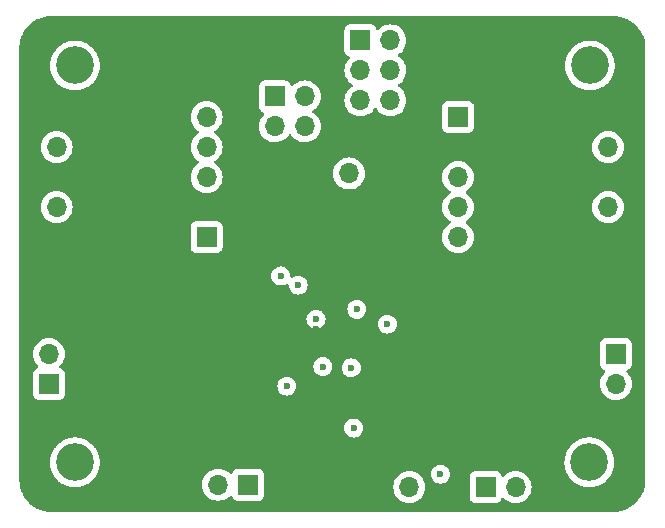
<source format=gbr>
%TF.GenerationSoftware,KiCad,Pcbnew,8.0.6-1.fc40*%
%TF.CreationDate,2024-12-02T14:58:13+01:00*%
%TF.ProjectId,PeltierDriver,50656c74-6965-4724-9472-697665722e6b,rev?*%
%TF.SameCoordinates,Original*%
%TF.FileFunction,Copper,L2,Inr*%
%TF.FilePolarity,Positive*%
%FSLAX46Y46*%
G04 Gerber Fmt 4.6, Leading zero omitted, Abs format (unit mm)*
G04 Created by KiCad (PCBNEW 8.0.6-1.fc40) date 2024-12-02 14:58:13*
%MOMM*%
%LPD*%
G01*
G04 APERTURE LIST*
%TA.AperFunction,ComponentPad*%
%ADD10R,1.700000X1.700000*%
%TD*%
%TA.AperFunction,ComponentPad*%
%ADD11O,1.700000X1.700000*%
%TD*%
%TA.AperFunction,ComponentPad*%
%ADD12C,3.200000*%
%TD*%
%TA.AperFunction,ViaPad*%
%ADD13C,0.600000*%
%TD*%
G04 APERTURE END LIST*
D10*
%TO.N,PVDD1*%
%TO.C,VIBR1*%
X129050000Y-94430000D03*
D11*
%TO.N,GND*%
X129050000Y-91890000D03*
%TO.N,VIBR1_SCL*%
X129050000Y-89350000D03*
%TO.N,VIBR1_SDA*%
X129050000Y-86810000D03*
%TO.N,VIBR1_INT*%
X129050000Y-84270000D03*
%TO.N,Net-(J2-Pin_2)*%
X116350000Y-91890000D03*
%TO.N,Net-(J2-Pin_1)*%
X116350000Y-86810000D03*
%TD*%
D12*
%TO.N,*%
%TO.C,REF\u002A\u002A*%
X117900000Y-79900000D03*
%TD*%
D10*
%TO.N,Net-(J2-Pin_1)*%
%TO.C,J2*%
X115700000Y-106875000D03*
D11*
%TO.N,Net-(J2-Pin_2)*%
X115700000Y-104335000D03*
%TD*%
D10*
%TO.N,PVDD1*%
%TO.C,Flex1*%
X152675000Y-115600000D03*
D11*
%TO.N,Net-(U1A-+)*%
X155215000Y-115600000D03*
%TD*%
D10*
%TO.N,GND*%
%TO.C,TH1*%
X143675000Y-115600000D03*
D11*
%TO.N,Net-(U1B-+)*%
X146215000Y-115600000D03*
%TD*%
D10*
%TO.N,ITEC_OUT*%
%TO.C,J4*%
X134825000Y-82525000D03*
D11*
%TO.N,FLEX_OUT*%
X137365000Y-82525000D03*
%TO.N,TEMP_IN*%
X134825000Y-85065000D03*
%TO.N,TEMP_OUT*%
X137365000Y-85065000D03*
%TD*%
D10*
%TO.N,VIBR1_INT*%
%TO.C,J6*%
X142075000Y-77775000D03*
D11*
%TO.N,VIBR2_INT*%
X144615000Y-77775000D03*
%TO.N,VIBR1_SDA*%
X142075000Y-80315000D03*
%TO.N,VIBR2_SDA*%
X144615000Y-80315000D03*
%TO.N,VIBR1_SCL*%
X142075000Y-82855000D03*
%TO.N,VIBR2_SCL*%
X144615000Y-82855000D03*
%TD*%
D10*
%TO.N,/OS1*%
%TO.C,PE1*%
X132575000Y-115400000D03*
D11*
%TO.N,/OS2*%
X130035000Y-115400000D03*
%TD*%
D10*
%TO.N,PVDD1*%
%TO.C,VIBR2*%
X150350000Y-84270000D03*
D11*
%TO.N,GND*%
X150350000Y-86810000D03*
%TO.N,VIBR2_SCL*%
X150350000Y-89350000D03*
%TO.N,VIBR2_SDA*%
X150350000Y-91890000D03*
%TO.N,VIBR2_INT*%
X150350000Y-94430000D03*
%TO.N,Net-(J3-Pin_2)*%
X163050000Y-86810000D03*
%TO.N,Net-(J3-Pin_1)*%
X163050000Y-91890000D03*
%TD*%
D10*
%TO.N,GND*%
%TO.C,J1*%
X138575000Y-89050000D03*
D11*
%TO.N,PVDD1*%
X141115000Y-89050000D03*
%TD*%
D10*
%TO.N,Net-(J3-Pin_1)*%
%TO.C,J3*%
X163700000Y-104325000D03*
D11*
%TO.N,Net-(J3-Pin_2)*%
X163700000Y-106865000D03*
%TD*%
D12*
%TO.N,*%
%TO.C,REF\u002A\u002A*%
X161450000Y-113500000D03*
%TD*%
%TO.N,*%
%TO.C,REF\u002A\u002A*%
X117900000Y-113500000D03*
%TD*%
%TO.N,*%
%TO.C,REF\u002A\u002A*%
X161500000Y-79900000D03*
%TD*%
D13*
%TO.N,PVDD1*%
X148851238Y-114501238D03*
X141300000Y-105500000D03*
X136800000Y-98500000D03*
X138900000Y-105400000D03*
%TO.N,GND*%
X138399502Y-104105000D03*
X138600000Y-108800000D03*
X144200000Y-95100000D03*
X141770000Y-101850000D03*
X141700000Y-107600000D03*
X146350000Y-98550000D03*
X149950000Y-100350000D03*
X154200000Y-108850000D03*
X140500000Y-108200000D03*
X135600000Y-100050000D03*
X138450000Y-107600000D03*
X138344511Y-102199317D03*
X154450000Y-100350000D03*
X138822257Y-106877902D03*
X138350000Y-103300000D03*
X138300000Y-98600000D03*
X155975002Y-107350000D03*
X141770000Y-103300000D03*
%TO.N,REF*%
X141770000Y-100550000D03*
X138315739Y-101377031D03*
%TO.N,COMP*%
X144350000Y-101800000D03*
%TO.N,ITEC_OUT*%
X135325000Y-97725000D03*
X135850000Y-107050000D03*
%TO.N,/CS*%
X141500000Y-110600000D03*
%TD*%
%TA.AperFunction,Conductor*%
%TO.N,GND*%
G36*
X163503472Y-75700695D02*
G01*
X163795306Y-75717084D01*
X163809103Y-75718638D01*
X164093827Y-75767015D01*
X164107384Y-75770109D01*
X164384899Y-75850060D01*
X164398025Y-75854653D01*
X164664841Y-75965172D01*
X164677355Y-75971198D01*
X164843444Y-76062992D01*
X164930125Y-76110899D01*
X164941899Y-76118297D01*
X165177430Y-76285415D01*
X165188302Y-76294085D01*
X165397686Y-76481202D01*
X165403642Y-76486524D01*
X165413475Y-76496357D01*
X165605914Y-76711697D01*
X165614584Y-76722569D01*
X165781702Y-76958100D01*
X165789100Y-76969874D01*
X165928797Y-77222637D01*
X165934830Y-77235165D01*
X166045346Y-77501975D01*
X166049939Y-77515100D01*
X166129890Y-77792615D01*
X166132984Y-77806172D01*
X166181359Y-78090885D01*
X166182916Y-78104703D01*
X166199305Y-78396527D01*
X166199500Y-78403480D01*
X166199500Y-114996519D01*
X166199305Y-115003472D01*
X166182916Y-115295296D01*
X166181359Y-115309114D01*
X166132984Y-115593827D01*
X166129890Y-115607384D01*
X166049939Y-115884899D01*
X166045346Y-115898024D01*
X165934830Y-116164834D01*
X165928797Y-116177362D01*
X165789100Y-116430125D01*
X165781702Y-116441899D01*
X165614584Y-116677430D01*
X165605914Y-116688302D01*
X165413475Y-116903642D01*
X165403642Y-116913475D01*
X165188302Y-117105914D01*
X165177430Y-117114584D01*
X164941899Y-117281702D01*
X164930125Y-117289100D01*
X164677362Y-117428797D01*
X164664834Y-117434830D01*
X164398024Y-117545346D01*
X164384899Y-117549939D01*
X164107384Y-117629890D01*
X164093827Y-117632984D01*
X163809114Y-117681359D01*
X163795296Y-117682916D01*
X163503472Y-117699305D01*
X163496519Y-117699500D01*
X115903481Y-117699500D01*
X115896528Y-117699305D01*
X115604703Y-117682916D01*
X115590885Y-117681359D01*
X115306172Y-117632984D01*
X115292615Y-117629890D01*
X115015100Y-117549939D01*
X115001975Y-117545346D01*
X114735165Y-117434830D01*
X114722637Y-117428797D01*
X114469874Y-117289100D01*
X114458100Y-117281702D01*
X114222569Y-117114584D01*
X114211697Y-117105914D01*
X114037786Y-116950498D01*
X113996355Y-116913473D01*
X113986524Y-116903642D01*
X113977722Y-116893793D01*
X113797689Y-116692335D01*
X113794085Y-116688302D01*
X113785415Y-116677430D01*
X113782912Y-116673903D01*
X113663058Y-116504984D01*
X113618297Y-116441899D01*
X113610899Y-116430125D01*
X113537806Y-116297873D01*
X113471198Y-116177355D01*
X113465172Y-116164841D01*
X113354653Y-115898024D01*
X113350060Y-115884899D01*
X113270109Y-115607384D01*
X113267015Y-115593827D01*
X113218638Y-115309103D01*
X113217084Y-115295306D01*
X113200695Y-115003472D01*
X113200500Y-114996519D01*
X113200500Y-113499999D01*
X115794592Y-113499999D01*
X115799211Y-113567525D01*
X115799500Y-113575987D01*
X115799500Y-113637676D01*
X115808377Y-113705110D01*
X115809149Y-113712830D01*
X115814201Y-113786683D01*
X115814202Y-113786687D01*
X115826683Y-113846756D01*
X115828215Y-113855793D01*
X115835440Y-113910666D01*
X115854687Y-113982497D01*
X115856314Y-113989343D01*
X115867743Y-114044341D01*
X115872665Y-114068028D01*
X115872667Y-114068036D01*
X115891083Y-114119853D01*
X115894016Y-114129278D01*
X115906705Y-114176632D01*
X115906706Y-114176636D01*
X115906708Y-114176641D01*
X115937585Y-114251186D01*
X115939864Y-114257112D01*
X115968894Y-114338792D01*
X115968896Y-114338798D01*
X115991287Y-114382011D01*
X115995749Y-114391604D01*
X116009982Y-114425965D01*
X116012077Y-114431021D01*
X116055598Y-114506402D01*
X116058297Y-114511333D01*
X116084295Y-114561505D01*
X116101098Y-114593934D01*
X116125507Y-114628515D01*
X116131587Y-114638019D01*
X116149751Y-114669479D01*
X116195113Y-114728597D01*
X116206586Y-114743548D01*
X116209483Y-114747482D01*
X116266811Y-114828698D01*
X116291378Y-114855003D01*
X116299120Y-114864141D01*
X116317372Y-114887928D01*
X116387877Y-114958433D01*
X116390791Y-114961449D01*
X116462939Y-115038700D01*
X116462958Y-115038718D01*
X116485932Y-115057408D01*
X116495362Y-115065918D01*
X116512073Y-115082629D01*
X116596189Y-115147173D01*
X116598958Y-115149361D01*
X116617679Y-115164592D01*
X116685853Y-115220055D01*
X116705760Y-115232161D01*
X116716804Y-115239724D01*
X116730521Y-115250249D01*
X116827843Y-115306437D01*
X116830192Y-115307829D01*
X116931375Y-115369361D01*
X116946915Y-115376110D01*
X116959515Y-115382459D01*
X116968967Y-115387917D01*
X116968972Y-115387919D01*
X116968979Y-115387923D01*
X117078624Y-115433340D01*
X117078646Y-115433349D01*
X117080546Y-115434155D01*
X117194942Y-115483844D01*
X117205143Y-115486702D01*
X117219128Y-115491538D01*
X117223368Y-115493295D01*
X117344255Y-115525686D01*
X117345435Y-115526010D01*
X117471642Y-115561371D01*
X117475832Y-115561946D01*
X117485329Y-115563864D01*
X117485349Y-115563767D01*
X117489319Y-115564556D01*
X117489334Y-115564560D01*
X117619708Y-115581723D01*
X117620127Y-115581779D01*
X117720712Y-115595605D01*
X117756321Y-115600500D01*
X117756322Y-115600500D01*
X118043679Y-115600500D01*
X118092224Y-115593827D01*
X118179908Y-115581774D01*
X118180230Y-115581731D01*
X118310666Y-115564560D01*
X118310683Y-115564555D01*
X118314649Y-115563767D01*
X118314668Y-115563865D01*
X118324183Y-115561944D01*
X118328358Y-115561371D01*
X118454595Y-115526001D01*
X118455748Y-115525685D01*
X118576632Y-115493295D01*
X118580867Y-115491540D01*
X118594865Y-115486699D01*
X118605058Y-115483844D01*
X118719502Y-115434133D01*
X118721353Y-115433349D01*
X118801867Y-115399999D01*
X128679341Y-115399999D01*
X128679341Y-115400000D01*
X128699936Y-115635403D01*
X128699938Y-115635413D01*
X128761094Y-115863655D01*
X128761096Y-115863659D01*
X128761097Y-115863663D01*
X128771000Y-115884899D01*
X128860965Y-116077830D01*
X128860967Y-116077834D01*
X128930658Y-116177362D01*
X128996505Y-116271401D01*
X129163599Y-116438495D01*
X129248404Y-116497876D01*
X129357165Y-116574032D01*
X129357167Y-116574033D01*
X129357170Y-116574035D01*
X129571337Y-116673903D01*
X129799592Y-116735063D01*
X129976034Y-116750500D01*
X130034999Y-116755659D01*
X130035000Y-116755659D01*
X130035001Y-116755659D01*
X130093966Y-116750500D01*
X130270408Y-116735063D01*
X130498663Y-116673903D01*
X130712830Y-116574035D01*
X130906401Y-116438495D01*
X131028329Y-116316566D01*
X131089648Y-116283084D01*
X131159340Y-116288068D01*
X131215274Y-116329939D01*
X131232189Y-116360917D01*
X131281202Y-116492328D01*
X131281206Y-116492335D01*
X131367452Y-116607544D01*
X131367455Y-116607547D01*
X131482664Y-116693793D01*
X131482671Y-116693797D01*
X131617517Y-116744091D01*
X131617516Y-116744091D01*
X131624444Y-116744835D01*
X131677127Y-116750500D01*
X133472872Y-116750499D01*
X133532483Y-116744091D01*
X133667331Y-116693796D01*
X133782546Y-116607546D01*
X133868796Y-116492331D01*
X133919091Y-116357483D01*
X133925500Y-116297873D01*
X133925500Y-115599999D01*
X144859341Y-115599999D01*
X144859341Y-115600000D01*
X144879936Y-115835403D01*
X144879938Y-115835413D01*
X144941094Y-116063655D01*
X144941096Y-116063659D01*
X144941097Y-116063663D01*
X144988274Y-116164834D01*
X145040965Y-116277830D01*
X145040967Y-116277834D01*
X145099143Y-116360917D01*
X145176505Y-116471401D01*
X145343599Y-116638495D01*
X145422573Y-116693793D01*
X145537165Y-116774032D01*
X145537167Y-116774033D01*
X145537170Y-116774035D01*
X145751337Y-116873903D01*
X145979592Y-116935063D01*
X146156034Y-116950500D01*
X146214999Y-116955659D01*
X146215000Y-116955659D01*
X146215001Y-116955659D01*
X146273966Y-116950500D01*
X146450408Y-116935063D01*
X146678663Y-116873903D01*
X146892830Y-116774035D01*
X147086401Y-116638495D01*
X147253495Y-116471401D01*
X147389035Y-116277830D01*
X147488903Y-116063663D01*
X147550063Y-115835408D01*
X147570659Y-115600000D01*
X147550063Y-115364592D01*
X147492095Y-115148248D01*
X147488905Y-115136344D01*
X147488904Y-115136343D01*
X147488903Y-115136337D01*
X147389035Y-114922171D01*
X147365062Y-114887933D01*
X147253494Y-114728597D01*
X147086402Y-114561506D01*
X147086395Y-114561501D01*
X147000326Y-114501234D01*
X148045673Y-114501234D01*
X148045673Y-114501241D01*
X148065868Y-114680487D01*
X148065869Y-114680492D01*
X148125449Y-114850761D01*
X148195018Y-114961479D01*
X148221422Y-115003500D01*
X148348976Y-115131054D01*
X148402358Y-115164596D01*
X148490605Y-115220046D01*
X148501716Y-115227027D01*
X148538031Y-115239734D01*
X148671983Y-115286606D01*
X148671988Y-115286607D01*
X148851234Y-115306803D01*
X148851238Y-115306803D01*
X148851242Y-115306803D01*
X149030487Y-115286607D01*
X149030490Y-115286606D01*
X149030493Y-115286606D01*
X149200760Y-115227027D01*
X149353500Y-115131054D01*
X149481054Y-115003500D01*
X149577027Y-114850760D01*
X149629033Y-114702135D01*
X151324500Y-114702135D01*
X151324500Y-116497870D01*
X151324501Y-116497876D01*
X151330908Y-116557483D01*
X151381202Y-116692328D01*
X151381206Y-116692335D01*
X151467452Y-116807544D01*
X151467455Y-116807547D01*
X151582664Y-116893793D01*
X151582671Y-116893797D01*
X151717517Y-116944091D01*
X151717516Y-116944091D01*
X151724444Y-116944835D01*
X151777127Y-116950500D01*
X153572872Y-116950499D01*
X153632483Y-116944091D01*
X153767331Y-116893796D01*
X153882546Y-116807546D01*
X153968796Y-116692331D01*
X154017810Y-116560916D01*
X154059681Y-116504984D01*
X154125145Y-116480566D01*
X154193418Y-116495417D01*
X154221673Y-116516569D01*
X154343599Y-116638495D01*
X154422573Y-116693793D01*
X154537165Y-116774032D01*
X154537167Y-116774033D01*
X154537170Y-116774035D01*
X154751337Y-116873903D01*
X154979592Y-116935063D01*
X155156034Y-116950500D01*
X155214999Y-116955659D01*
X155215000Y-116955659D01*
X155215001Y-116955659D01*
X155273966Y-116950500D01*
X155450408Y-116935063D01*
X155678663Y-116873903D01*
X155892830Y-116774035D01*
X156086401Y-116638495D01*
X156253495Y-116471401D01*
X156389035Y-116277830D01*
X156488903Y-116063663D01*
X156550063Y-115835408D01*
X156570659Y-115600000D01*
X156550063Y-115364592D01*
X156492095Y-115148248D01*
X156488905Y-115136344D01*
X156488904Y-115136343D01*
X156488903Y-115136337D01*
X156389035Y-114922171D01*
X156365062Y-114887933D01*
X156253494Y-114728597D01*
X156086402Y-114561506D01*
X156086395Y-114561501D01*
X155892834Y-114425967D01*
X155892830Y-114425965D01*
X155892828Y-114425964D01*
X155678663Y-114326097D01*
X155678659Y-114326096D01*
X155678655Y-114326094D01*
X155450413Y-114264938D01*
X155450403Y-114264936D01*
X155215001Y-114244341D01*
X155214999Y-114244341D01*
X154979596Y-114264936D01*
X154979586Y-114264938D01*
X154751344Y-114326094D01*
X154751335Y-114326098D01*
X154537171Y-114425964D01*
X154537169Y-114425965D01*
X154343600Y-114561503D01*
X154221673Y-114683430D01*
X154160350Y-114716914D01*
X154090658Y-114711930D01*
X154034725Y-114670058D01*
X154017810Y-114639081D01*
X153968797Y-114507671D01*
X153968793Y-114507664D01*
X153882547Y-114392455D01*
X153882544Y-114392452D01*
X153767335Y-114306206D01*
X153767328Y-114306202D01*
X153632482Y-114255908D01*
X153632483Y-114255908D01*
X153572883Y-114249501D01*
X153572881Y-114249500D01*
X153572873Y-114249500D01*
X153572864Y-114249500D01*
X151777129Y-114249500D01*
X151777123Y-114249501D01*
X151717516Y-114255908D01*
X151582671Y-114306202D01*
X151582664Y-114306206D01*
X151467455Y-114392452D01*
X151467452Y-114392455D01*
X151381206Y-114507664D01*
X151381202Y-114507671D01*
X151330908Y-114642517D01*
X151324501Y-114702116D01*
X151324500Y-114702135D01*
X149629033Y-114702135D01*
X149636606Y-114680493D01*
X149637846Y-114669487D01*
X149656803Y-114501241D01*
X149656803Y-114501234D01*
X149636607Y-114321988D01*
X149636606Y-114321983D01*
X149609438Y-114244341D01*
X149577027Y-114151716D01*
X149562931Y-114129283D01*
X149481053Y-113998975D01*
X149353500Y-113871422D01*
X149200761Y-113775449D01*
X149030492Y-113715869D01*
X149030487Y-113715868D01*
X148851242Y-113695673D01*
X148851234Y-113695673D01*
X148671988Y-113715868D01*
X148671983Y-113715869D01*
X148501714Y-113775449D01*
X148348975Y-113871422D01*
X148221422Y-113998975D01*
X148125449Y-114151714D01*
X148065869Y-114321983D01*
X148065868Y-114321988D01*
X148045673Y-114501234D01*
X147000326Y-114501234D01*
X146892834Y-114425967D01*
X146892830Y-114425965D01*
X146892828Y-114425964D01*
X146678663Y-114326097D01*
X146678659Y-114326096D01*
X146678655Y-114326094D01*
X146450413Y-114264938D01*
X146450403Y-114264936D01*
X146215001Y-114244341D01*
X146214999Y-114244341D01*
X145979596Y-114264936D01*
X145979586Y-114264938D01*
X145751344Y-114326094D01*
X145751335Y-114326098D01*
X145537171Y-114425964D01*
X145537169Y-114425965D01*
X145343597Y-114561505D01*
X145176505Y-114728597D01*
X145040965Y-114922169D01*
X145040964Y-114922171D01*
X144941098Y-115136335D01*
X144941094Y-115136344D01*
X144879938Y-115364586D01*
X144879936Y-115364596D01*
X144859341Y-115599999D01*
X133925500Y-115599999D01*
X133925499Y-114502128D01*
X133919091Y-114442517D01*
X133917810Y-114439083D01*
X133868797Y-114307671D01*
X133868793Y-114307664D01*
X133782547Y-114192455D01*
X133782544Y-114192452D01*
X133667335Y-114106206D01*
X133667328Y-114106202D01*
X133532482Y-114055908D01*
X133532483Y-114055908D01*
X133472883Y-114049501D01*
X133472881Y-114049500D01*
X133472873Y-114049500D01*
X133472864Y-114049500D01*
X131677129Y-114049500D01*
X131677123Y-114049501D01*
X131617516Y-114055908D01*
X131482671Y-114106202D01*
X131482664Y-114106206D01*
X131367455Y-114192452D01*
X131367452Y-114192455D01*
X131281206Y-114307664D01*
X131281203Y-114307669D01*
X131232189Y-114439083D01*
X131190317Y-114495016D01*
X131124853Y-114519433D01*
X131056580Y-114504581D01*
X131028326Y-114483430D01*
X130906402Y-114361506D01*
X130906395Y-114361501D01*
X130873973Y-114338799D01*
X130829518Y-114307671D01*
X130712834Y-114225967D01*
X130712830Y-114225965D01*
X130712828Y-114225964D01*
X130498663Y-114126097D01*
X130498659Y-114126096D01*
X130498655Y-114126094D01*
X130270413Y-114064938D01*
X130270403Y-114064936D01*
X130035001Y-114044341D01*
X130034999Y-114044341D01*
X129799596Y-114064936D01*
X129799586Y-114064938D01*
X129571344Y-114126094D01*
X129571335Y-114126098D01*
X129357171Y-114225964D01*
X129357169Y-114225965D01*
X129163597Y-114361505D01*
X128996505Y-114528597D01*
X128860965Y-114722169D01*
X128860964Y-114722171D01*
X128761098Y-114936335D01*
X128761094Y-114936344D01*
X128699938Y-115164586D01*
X128699936Y-115164596D01*
X128679341Y-115399999D01*
X118801867Y-115399999D01*
X118831021Y-115387923D01*
X118840488Y-115382456D01*
X118853082Y-115376111D01*
X118868625Y-115369361D01*
X118969797Y-115307834D01*
X118972138Y-115306447D01*
X119069479Y-115250249D01*
X119083202Y-115239717D01*
X119094233Y-115232164D01*
X119114147Y-115220055D01*
X119201064Y-115149342D01*
X119203766Y-115147206D01*
X119287928Y-115082628D01*
X119304653Y-115065901D01*
X119314050Y-115057421D01*
X119337053Y-115038708D01*
X119409208Y-114961447D01*
X119412122Y-114958433D01*
X119482623Y-114887933D01*
X119482623Y-114887932D01*
X119482628Y-114887928D01*
X119500878Y-114864141D01*
X119508618Y-114855006D01*
X119533189Y-114828698D01*
X119590501Y-114747502D01*
X119593409Y-114743554D01*
X119609818Y-114722169D01*
X119650249Y-114669479D01*
X119668425Y-114637995D01*
X119674485Y-114628524D01*
X119698901Y-114593936D01*
X119741700Y-114511336D01*
X119744401Y-114506402D01*
X119757664Y-114483430D01*
X119787923Y-114431021D01*
X119804261Y-114391575D01*
X119808705Y-114382023D01*
X119831104Y-114338797D01*
X119860143Y-114257085D01*
X119862400Y-114251216D01*
X119893295Y-114176632D01*
X119905981Y-114129281D01*
X119908906Y-114119880D01*
X119927334Y-114068032D01*
X119943688Y-113989322D01*
X119945306Y-113982518D01*
X119964560Y-113910666D01*
X119971789Y-113855745D01*
X119973309Y-113846782D01*
X119985798Y-113786686D01*
X119990850Y-113712830D01*
X119991621Y-113705113D01*
X119991622Y-113705110D01*
X120000500Y-113637674D01*
X120000500Y-113575987D01*
X120000789Y-113567525D01*
X120005408Y-113500000D01*
X120005408Y-113499999D01*
X159344592Y-113499999D01*
X159349211Y-113567525D01*
X159349500Y-113575987D01*
X159349500Y-113637676D01*
X159358377Y-113705110D01*
X159359149Y-113712830D01*
X159364201Y-113786683D01*
X159364202Y-113786687D01*
X159376683Y-113846756D01*
X159378215Y-113855793D01*
X159385440Y-113910666D01*
X159404687Y-113982497D01*
X159406314Y-113989343D01*
X159417743Y-114044341D01*
X159422665Y-114068028D01*
X159422667Y-114068036D01*
X159441083Y-114119853D01*
X159444016Y-114129278D01*
X159456705Y-114176632D01*
X159456706Y-114176636D01*
X159456708Y-114176641D01*
X159487585Y-114251186D01*
X159489864Y-114257112D01*
X159518894Y-114338792D01*
X159518896Y-114338798D01*
X159541287Y-114382011D01*
X159545749Y-114391604D01*
X159559982Y-114425965D01*
X159562077Y-114431021D01*
X159605598Y-114506402D01*
X159608297Y-114511333D01*
X159634295Y-114561505D01*
X159651098Y-114593934D01*
X159675507Y-114628515D01*
X159681587Y-114638019D01*
X159699751Y-114669479D01*
X159745113Y-114728597D01*
X159756586Y-114743548D01*
X159759483Y-114747482D01*
X159816811Y-114828698D01*
X159841378Y-114855003D01*
X159849120Y-114864141D01*
X159867372Y-114887928D01*
X159937877Y-114958433D01*
X159940791Y-114961449D01*
X160012939Y-115038700D01*
X160012958Y-115038718D01*
X160035932Y-115057408D01*
X160045362Y-115065918D01*
X160062073Y-115082629D01*
X160146189Y-115147173D01*
X160148958Y-115149361D01*
X160167679Y-115164592D01*
X160235853Y-115220055D01*
X160255760Y-115232161D01*
X160266804Y-115239724D01*
X160280521Y-115250249D01*
X160377843Y-115306437D01*
X160380192Y-115307829D01*
X160481375Y-115369361D01*
X160496915Y-115376110D01*
X160509515Y-115382459D01*
X160518967Y-115387917D01*
X160518972Y-115387919D01*
X160518979Y-115387923D01*
X160628624Y-115433340D01*
X160628646Y-115433349D01*
X160630546Y-115434155D01*
X160744942Y-115483844D01*
X160755143Y-115486702D01*
X160769128Y-115491538D01*
X160773368Y-115493295D01*
X160894255Y-115525686D01*
X160895435Y-115526010D01*
X161021642Y-115561371D01*
X161025832Y-115561946D01*
X161035329Y-115563864D01*
X161035349Y-115563767D01*
X161039319Y-115564556D01*
X161039334Y-115564560D01*
X161169708Y-115581723D01*
X161170127Y-115581779D01*
X161270712Y-115595605D01*
X161306321Y-115600500D01*
X161306322Y-115600500D01*
X161593679Y-115600500D01*
X161642224Y-115593827D01*
X161729908Y-115581774D01*
X161730230Y-115581731D01*
X161860666Y-115564560D01*
X161860683Y-115564555D01*
X161864649Y-115563767D01*
X161864668Y-115563865D01*
X161874183Y-115561944D01*
X161878358Y-115561371D01*
X162004595Y-115526001D01*
X162005748Y-115525685D01*
X162126632Y-115493295D01*
X162130867Y-115491540D01*
X162144865Y-115486699D01*
X162155058Y-115483844D01*
X162269502Y-115434133D01*
X162271353Y-115433349D01*
X162381021Y-115387923D01*
X162390488Y-115382456D01*
X162403082Y-115376111D01*
X162418625Y-115369361D01*
X162519797Y-115307834D01*
X162522138Y-115306447D01*
X162619479Y-115250249D01*
X162633202Y-115239717D01*
X162644233Y-115232164D01*
X162664147Y-115220055D01*
X162751064Y-115149342D01*
X162753766Y-115147206D01*
X162837928Y-115082628D01*
X162854653Y-115065901D01*
X162864050Y-115057421D01*
X162887053Y-115038708D01*
X162959208Y-114961447D01*
X162962122Y-114958433D01*
X163032623Y-114887933D01*
X163032623Y-114887932D01*
X163032628Y-114887928D01*
X163050878Y-114864141D01*
X163058618Y-114855006D01*
X163083189Y-114828698D01*
X163140501Y-114747502D01*
X163143409Y-114743554D01*
X163159818Y-114722169D01*
X163200249Y-114669479D01*
X163218425Y-114637995D01*
X163224485Y-114628524D01*
X163248901Y-114593936D01*
X163291700Y-114511336D01*
X163294401Y-114506402D01*
X163307664Y-114483430D01*
X163337923Y-114431021D01*
X163354261Y-114391575D01*
X163358705Y-114382023D01*
X163381104Y-114338797D01*
X163410143Y-114257085D01*
X163412400Y-114251216D01*
X163443295Y-114176632D01*
X163455981Y-114129281D01*
X163458906Y-114119880D01*
X163477334Y-114068032D01*
X163493688Y-113989322D01*
X163495306Y-113982518D01*
X163514560Y-113910666D01*
X163521789Y-113855745D01*
X163523309Y-113846782D01*
X163535798Y-113786686D01*
X163540850Y-113712830D01*
X163541621Y-113705113D01*
X163541622Y-113705110D01*
X163550500Y-113637674D01*
X163550500Y-113575987D01*
X163550789Y-113567525D01*
X163555408Y-113500000D01*
X163550789Y-113432473D01*
X163550500Y-113424011D01*
X163550500Y-113362332D01*
X163550499Y-113362323D01*
X163541619Y-113294874D01*
X163540849Y-113287162D01*
X163535798Y-113213314D01*
X163523311Y-113153225D01*
X163521785Y-113144222D01*
X163514560Y-113089334D01*
X163495309Y-113017491D01*
X163493681Y-113010640D01*
X163493680Y-113010636D01*
X163477334Y-112931968D01*
X163458906Y-112880119D01*
X163455977Y-112870701D01*
X163443295Y-112823368D01*
X163412399Y-112748779D01*
X163410136Y-112742893D01*
X163381104Y-112661203D01*
X163358713Y-112617990D01*
X163354252Y-112608401D01*
X163337923Y-112568979D01*
X163337918Y-112568971D01*
X163337915Y-112568963D01*
X163294406Y-112493606D01*
X163291694Y-112488652D01*
X163248904Y-112406070D01*
X163248901Y-112406064D01*
X163224487Y-112371477D01*
X163218412Y-112361979D01*
X163200252Y-112330525D01*
X163200251Y-112330523D01*
X163143425Y-112256466D01*
X163140497Y-112252488D01*
X163083191Y-112171304D01*
X163058630Y-112145006D01*
X163050876Y-112135854D01*
X163032629Y-112112074D01*
X163032628Y-112112072D01*
X162962118Y-112041562D01*
X162959207Y-112038549D01*
X162926823Y-112003875D01*
X162887053Y-111961292D01*
X162864058Y-111942584D01*
X162854636Y-111934080D01*
X162837926Y-111917370D01*
X162753809Y-111852825D01*
X162751040Y-111850637D01*
X162664153Y-111779949D01*
X162664144Y-111779943D01*
X162644244Y-111767841D01*
X162633188Y-111760270D01*
X162619480Y-111749751D01*
X162574294Y-111723663D01*
X162522165Y-111693567D01*
X162519779Y-111692153D01*
X162418620Y-111630636D01*
X162407408Y-111625766D01*
X162403086Y-111623889D01*
X162390496Y-111617547D01*
X162381021Y-111612077D01*
X162381016Y-111612075D01*
X162381007Y-111612070D01*
X162271380Y-111566660D01*
X162269433Y-111565835D01*
X162155056Y-111516155D01*
X162155052Y-111516153D01*
X162144854Y-111513296D01*
X162130862Y-111508457D01*
X162126632Y-111506705D01*
X162126630Y-111506704D01*
X162005810Y-111474329D01*
X162004452Y-111473957D01*
X161878360Y-111438629D01*
X161876237Y-111438337D01*
X161874155Y-111438051D01*
X161864665Y-111436134D01*
X161864646Y-111436231D01*
X161860664Y-111435439D01*
X161730415Y-111418292D01*
X161729715Y-111418198D01*
X161593679Y-111399500D01*
X161593678Y-111399500D01*
X161306322Y-111399500D01*
X161306321Y-111399500D01*
X161170283Y-111418198D01*
X161169583Y-111418292D01*
X161039343Y-111435438D01*
X161035364Y-111436230D01*
X161035345Y-111436134D01*
X161025859Y-111438048D01*
X161021654Y-111438626D01*
X161021638Y-111438629D01*
X160895591Y-111473945D01*
X160894233Y-111474317D01*
X160773368Y-111506703D01*
X160773367Y-111506704D01*
X160769110Y-111508467D01*
X160755146Y-111513296D01*
X160744937Y-111516157D01*
X160744935Y-111516158D01*
X160630564Y-111565835D01*
X160628619Y-111566660D01*
X160518974Y-111612079D01*
X160518966Y-111612083D01*
X160509511Y-111617542D01*
X160496923Y-111623885D01*
X160481376Y-111630638D01*
X160380237Y-111692142D01*
X160377810Y-111693580D01*
X160280523Y-111749749D01*
X160280513Y-111749756D01*
X160266798Y-111760279D01*
X160255751Y-111767844D01*
X160235856Y-111779943D01*
X160235844Y-111779951D01*
X160148948Y-111850645D01*
X160146207Y-111852811D01*
X160109566Y-111880928D01*
X160062071Y-111917372D01*
X160045362Y-111934081D01*
X160035941Y-111942584D01*
X160012950Y-111961289D01*
X160012945Y-111961293D01*
X159940819Y-112038520D01*
X159937879Y-112041562D01*
X159867378Y-112112064D01*
X159867369Y-112112074D01*
X159849117Y-112135860D01*
X159841370Y-112145005D01*
X159816811Y-112171302D01*
X159816810Y-112171303D01*
X159759507Y-112252481D01*
X159756581Y-112256456D01*
X159699751Y-112330520D01*
X159699744Y-112330531D01*
X159681586Y-112361980D01*
X159675508Y-112371481D01*
X159651098Y-112406064D01*
X159608297Y-112488665D01*
X159605587Y-112493616D01*
X159562080Y-112568971D01*
X159562072Y-112568987D01*
X159545747Y-112608397D01*
X159541288Y-112617983D01*
X159518897Y-112661198D01*
X159518894Y-112661207D01*
X159489862Y-112742893D01*
X159487583Y-112748819D01*
X159456706Y-112823363D01*
X159456705Y-112823365D01*
X159444019Y-112870709D01*
X159441086Y-112880136D01*
X159422666Y-112931966D01*
X159422665Y-112931968D01*
X159412320Y-112981753D01*
X159406318Y-113010640D01*
X159404687Y-113017500D01*
X159385440Y-113089334D01*
X159385439Y-113089336D01*
X159378215Y-113144207D01*
X159376683Y-113153246D01*
X159364201Y-113213315D01*
X159364201Y-113213316D01*
X159359149Y-113287168D01*
X159358377Y-113294887D01*
X159349500Y-113362323D01*
X159349500Y-113424011D01*
X159349211Y-113432473D01*
X159344592Y-113499999D01*
X120005408Y-113499999D01*
X120000789Y-113432473D01*
X120000500Y-113424011D01*
X120000500Y-113362332D01*
X120000499Y-113362323D01*
X119991619Y-113294874D01*
X119990849Y-113287162D01*
X119985798Y-113213314D01*
X119973311Y-113153225D01*
X119971785Y-113144222D01*
X119964560Y-113089334D01*
X119945309Y-113017491D01*
X119943681Y-113010640D01*
X119943680Y-113010636D01*
X119927334Y-112931968D01*
X119908906Y-112880119D01*
X119905977Y-112870701D01*
X119893295Y-112823368D01*
X119862399Y-112748779D01*
X119860136Y-112742893D01*
X119831104Y-112661203D01*
X119808713Y-112617990D01*
X119804252Y-112608401D01*
X119787923Y-112568979D01*
X119787918Y-112568971D01*
X119787915Y-112568963D01*
X119744406Y-112493606D01*
X119741694Y-112488652D01*
X119698904Y-112406070D01*
X119698901Y-112406064D01*
X119674487Y-112371477D01*
X119668412Y-112361979D01*
X119650252Y-112330525D01*
X119650251Y-112330523D01*
X119593425Y-112256466D01*
X119590497Y-112252488D01*
X119533191Y-112171304D01*
X119508630Y-112145006D01*
X119500876Y-112135854D01*
X119482629Y-112112074D01*
X119482628Y-112112072D01*
X119412118Y-112041562D01*
X119409207Y-112038549D01*
X119376823Y-112003875D01*
X119337053Y-111961292D01*
X119314058Y-111942584D01*
X119304636Y-111934080D01*
X119287926Y-111917370D01*
X119203809Y-111852825D01*
X119201040Y-111850637D01*
X119114153Y-111779949D01*
X119114144Y-111779943D01*
X119094244Y-111767841D01*
X119083188Y-111760270D01*
X119069480Y-111749751D01*
X119024294Y-111723663D01*
X118972165Y-111693567D01*
X118969779Y-111692153D01*
X118868620Y-111630636D01*
X118857408Y-111625766D01*
X118853086Y-111623889D01*
X118840496Y-111617547D01*
X118831021Y-111612077D01*
X118831016Y-111612075D01*
X118831007Y-111612070D01*
X118721380Y-111566660D01*
X118719433Y-111565835D01*
X118605056Y-111516155D01*
X118605052Y-111516153D01*
X118594854Y-111513296D01*
X118580862Y-111508457D01*
X118576632Y-111506705D01*
X118576630Y-111506704D01*
X118455810Y-111474329D01*
X118454452Y-111473957D01*
X118328360Y-111438629D01*
X118326237Y-111438337D01*
X118324155Y-111438051D01*
X118314665Y-111436134D01*
X118314646Y-111436231D01*
X118310664Y-111435439D01*
X118180415Y-111418292D01*
X118179715Y-111418198D01*
X118043679Y-111399500D01*
X118043678Y-111399500D01*
X117756322Y-111399500D01*
X117756321Y-111399500D01*
X117620283Y-111418198D01*
X117619583Y-111418292D01*
X117489343Y-111435438D01*
X117485364Y-111436230D01*
X117485345Y-111436134D01*
X117475859Y-111438048D01*
X117471654Y-111438626D01*
X117471638Y-111438629D01*
X117345591Y-111473945D01*
X117344233Y-111474317D01*
X117223368Y-111506703D01*
X117223367Y-111506704D01*
X117219110Y-111508467D01*
X117205146Y-111513296D01*
X117194937Y-111516157D01*
X117194935Y-111516158D01*
X117080564Y-111565835D01*
X117078619Y-111566660D01*
X116968974Y-111612079D01*
X116968966Y-111612083D01*
X116959511Y-111617542D01*
X116946923Y-111623885D01*
X116931376Y-111630638D01*
X116830237Y-111692142D01*
X116827810Y-111693580D01*
X116730523Y-111749749D01*
X116730513Y-111749756D01*
X116716798Y-111760279D01*
X116705751Y-111767844D01*
X116685856Y-111779943D01*
X116685844Y-111779951D01*
X116598948Y-111850645D01*
X116596207Y-111852811D01*
X116559566Y-111880928D01*
X116512071Y-111917372D01*
X116495362Y-111934081D01*
X116485941Y-111942584D01*
X116462950Y-111961289D01*
X116462945Y-111961293D01*
X116390819Y-112038520D01*
X116387879Y-112041562D01*
X116317378Y-112112064D01*
X116317369Y-112112074D01*
X116299117Y-112135860D01*
X116291370Y-112145005D01*
X116266811Y-112171302D01*
X116266810Y-112171303D01*
X116209507Y-112252481D01*
X116206581Y-112256456D01*
X116149751Y-112330520D01*
X116149744Y-112330531D01*
X116131586Y-112361980D01*
X116125508Y-112371481D01*
X116101098Y-112406064D01*
X116058297Y-112488665D01*
X116055587Y-112493616D01*
X116012080Y-112568971D01*
X116012072Y-112568987D01*
X115995747Y-112608397D01*
X115991288Y-112617983D01*
X115968897Y-112661198D01*
X115968894Y-112661207D01*
X115939862Y-112742893D01*
X115937583Y-112748819D01*
X115906706Y-112823363D01*
X115906705Y-112823365D01*
X115894019Y-112870709D01*
X115891086Y-112880136D01*
X115872666Y-112931966D01*
X115872665Y-112931968D01*
X115862320Y-112981753D01*
X115856318Y-113010640D01*
X115854687Y-113017500D01*
X115835440Y-113089334D01*
X115835439Y-113089336D01*
X115828215Y-113144207D01*
X115826683Y-113153246D01*
X115814201Y-113213315D01*
X115814201Y-113213316D01*
X115809149Y-113287168D01*
X115808377Y-113294887D01*
X115799500Y-113362323D01*
X115799500Y-113424011D01*
X115799211Y-113432473D01*
X115794592Y-113499999D01*
X113200500Y-113499999D01*
X113200500Y-110599996D01*
X140694435Y-110599996D01*
X140694435Y-110600003D01*
X140714630Y-110779249D01*
X140714631Y-110779254D01*
X140774211Y-110949523D01*
X140870184Y-111102262D01*
X140997738Y-111229816D01*
X141150478Y-111325789D01*
X141320745Y-111385368D01*
X141320750Y-111385369D01*
X141499996Y-111405565D01*
X141500000Y-111405565D01*
X141500004Y-111405565D01*
X141679249Y-111385369D01*
X141679252Y-111385368D01*
X141679255Y-111385368D01*
X141849522Y-111325789D01*
X142002262Y-111229816D01*
X142129816Y-111102262D01*
X142225789Y-110949522D01*
X142285368Y-110779255D01*
X142305565Y-110600000D01*
X142285368Y-110420745D01*
X142225789Y-110250478D01*
X142129816Y-110097738D01*
X142002262Y-109970184D01*
X141849523Y-109874211D01*
X141679254Y-109814631D01*
X141679249Y-109814630D01*
X141500004Y-109794435D01*
X141499996Y-109794435D01*
X141320750Y-109814630D01*
X141320745Y-109814631D01*
X141150476Y-109874211D01*
X140997737Y-109970184D01*
X140870184Y-110097737D01*
X140774211Y-110250476D01*
X140714631Y-110420745D01*
X140714630Y-110420750D01*
X140694435Y-110599996D01*
X113200500Y-110599996D01*
X113200500Y-104334999D01*
X114344341Y-104334999D01*
X114344341Y-104335000D01*
X114364936Y-104570403D01*
X114364938Y-104570413D01*
X114426094Y-104798655D01*
X114426096Y-104798659D01*
X114426097Y-104798663D01*
X114525965Y-105012830D01*
X114525967Y-105012834D01*
X114552326Y-105050478D01*
X114661501Y-105206396D01*
X114661506Y-105206402D01*
X114783430Y-105328326D01*
X114816915Y-105389649D01*
X114811931Y-105459341D01*
X114770059Y-105515274D01*
X114739083Y-105532189D01*
X114607669Y-105581203D01*
X114607664Y-105581206D01*
X114492455Y-105667452D01*
X114492452Y-105667455D01*
X114406206Y-105782664D01*
X114406202Y-105782671D01*
X114355908Y-105917517D01*
X114349501Y-105977116D01*
X114349501Y-105977123D01*
X114349500Y-105977135D01*
X114349500Y-107772870D01*
X114349501Y-107772876D01*
X114355908Y-107832483D01*
X114406202Y-107967328D01*
X114406206Y-107967335D01*
X114492452Y-108082544D01*
X114492455Y-108082547D01*
X114607664Y-108168793D01*
X114607671Y-108168797D01*
X114742517Y-108219091D01*
X114742516Y-108219091D01*
X114749444Y-108219835D01*
X114802127Y-108225500D01*
X116597872Y-108225499D01*
X116657483Y-108219091D01*
X116792331Y-108168796D01*
X116907546Y-108082546D01*
X116993796Y-107967331D01*
X117044091Y-107832483D01*
X117050500Y-107772873D01*
X117050500Y-107049996D01*
X135044435Y-107049996D01*
X135044435Y-107050003D01*
X135064630Y-107229249D01*
X135064631Y-107229254D01*
X135124211Y-107399523D01*
X135214257Y-107542830D01*
X135220184Y-107552262D01*
X135347738Y-107679816D01*
X135437783Y-107736395D01*
X135495835Y-107772872D01*
X135500478Y-107775789D01*
X135662497Y-107832482D01*
X135670745Y-107835368D01*
X135670750Y-107835369D01*
X135849996Y-107855565D01*
X135850000Y-107855565D01*
X135850004Y-107855565D01*
X136029249Y-107835369D01*
X136029252Y-107835368D01*
X136029255Y-107835368D01*
X136199522Y-107775789D01*
X136352262Y-107679816D01*
X136479816Y-107552262D01*
X136575789Y-107399522D01*
X136635368Y-107229255D01*
X136649885Y-107100413D01*
X136655565Y-107050003D01*
X136655565Y-107049996D01*
X136635369Y-106870750D01*
X136635368Y-106870745D01*
X136633357Y-106864999D01*
X162344341Y-106864999D01*
X162344341Y-106865000D01*
X162364936Y-107100403D01*
X162364938Y-107100413D01*
X162426094Y-107328655D01*
X162426096Y-107328659D01*
X162426097Y-107328663D01*
X162459140Y-107399523D01*
X162525965Y-107542830D01*
X162525967Y-107542834D01*
X162532569Y-107552262D01*
X162661505Y-107736401D01*
X162828599Y-107903495D01*
X162919762Y-107967328D01*
X163022165Y-108039032D01*
X163022167Y-108039033D01*
X163022170Y-108039035D01*
X163236337Y-108138903D01*
X163464592Y-108200063D01*
X163652918Y-108216539D01*
X163699999Y-108220659D01*
X163700000Y-108220659D01*
X163700001Y-108220659D01*
X163739234Y-108217226D01*
X163935408Y-108200063D01*
X164163663Y-108138903D01*
X164377830Y-108039035D01*
X164571401Y-107903495D01*
X164738495Y-107736401D01*
X164874035Y-107542830D01*
X164973903Y-107328663D01*
X165035063Y-107100408D01*
X165055659Y-106865000D01*
X165035063Y-106629592D01*
X164973903Y-106401337D01*
X164874035Y-106187171D01*
X164872773Y-106185369D01*
X164738496Y-105993600D01*
X164722012Y-105977116D01*
X164616567Y-105871671D01*
X164583084Y-105810351D01*
X164588068Y-105740659D01*
X164629939Y-105684725D01*
X164660915Y-105667810D01*
X164792331Y-105618796D01*
X164907546Y-105532546D01*
X164993796Y-105417331D01*
X165044091Y-105282483D01*
X165050500Y-105222873D01*
X165050499Y-103427128D01*
X165044091Y-103367517D01*
X165017605Y-103296505D01*
X164993797Y-103232671D01*
X164993793Y-103232664D01*
X164907547Y-103117455D01*
X164907544Y-103117452D01*
X164792335Y-103031206D01*
X164792328Y-103031202D01*
X164657482Y-102980908D01*
X164657483Y-102980908D01*
X164597883Y-102974501D01*
X164597881Y-102974500D01*
X164597873Y-102974500D01*
X164597864Y-102974500D01*
X162802129Y-102974500D01*
X162802123Y-102974501D01*
X162742516Y-102980908D01*
X162607671Y-103031202D01*
X162607664Y-103031206D01*
X162492455Y-103117452D01*
X162492452Y-103117455D01*
X162406206Y-103232664D01*
X162406202Y-103232671D01*
X162355908Y-103367517D01*
X162349501Y-103427116D01*
X162349501Y-103427123D01*
X162349500Y-103427135D01*
X162349500Y-105222870D01*
X162349501Y-105222876D01*
X162355908Y-105282483D01*
X162406202Y-105417328D01*
X162406206Y-105417335D01*
X162492452Y-105532544D01*
X162492455Y-105532547D01*
X162607664Y-105618793D01*
X162607671Y-105618797D01*
X162739081Y-105667810D01*
X162795015Y-105709681D01*
X162819432Y-105775145D01*
X162804580Y-105843418D01*
X162783430Y-105871673D01*
X162661503Y-105993600D01*
X162525965Y-106187169D01*
X162525964Y-106187171D01*
X162426098Y-106401335D01*
X162426094Y-106401344D01*
X162364938Y-106629586D01*
X162364936Y-106629596D01*
X162344341Y-106864999D01*
X136633357Y-106864999D01*
X136575788Y-106700476D01*
X136479815Y-106547737D01*
X136352262Y-106420184D01*
X136199523Y-106324211D01*
X136029254Y-106264631D01*
X136029249Y-106264630D01*
X135850004Y-106244435D01*
X135849996Y-106244435D01*
X135670750Y-106264630D01*
X135670745Y-106264631D01*
X135500476Y-106324211D01*
X135347737Y-106420184D01*
X135220184Y-106547737D01*
X135124211Y-106700476D01*
X135064631Y-106870745D01*
X135064630Y-106870750D01*
X135044435Y-107049996D01*
X117050500Y-107049996D01*
X117050499Y-105977128D01*
X117044091Y-105917517D01*
X117038401Y-105902262D01*
X116993797Y-105782671D01*
X116993793Y-105782664D01*
X116907547Y-105667455D01*
X116907544Y-105667452D01*
X116792335Y-105581206D01*
X116792328Y-105581202D01*
X116660917Y-105532189D01*
X116604983Y-105490318D01*
X116580566Y-105424853D01*
X116585973Y-105399996D01*
X138094435Y-105399996D01*
X138094435Y-105400003D01*
X138114630Y-105579249D01*
X138114631Y-105579254D01*
X138174211Y-105749523D01*
X138233210Y-105843418D01*
X138270184Y-105902262D01*
X138397738Y-106029816D01*
X138550478Y-106125789D01*
X138561984Y-106129815D01*
X138720745Y-106185368D01*
X138720750Y-106185369D01*
X138899996Y-106205565D01*
X138900000Y-106205565D01*
X138900004Y-106205565D01*
X139079249Y-106185369D01*
X139079252Y-106185368D01*
X139079255Y-106185368D01*
X139249522Y-106125789D01*
X139402262Y-106029816D01*
X139529816Y-105902262D01*
X139625789Y-105749522D01*
X139685368Y-105579255D01*
X139690671Y-105532189D01*
X139694298Y-105499996D01*
X140494435Y-105499996D01*
X140494435Y-105500003D01*
X140514630Y-105679249D01*
X140514631Y-105679254D01*
X140574211Y-105849523D01*
X140616935Y-105917517D01*
X140670184Y-106002262D01*
X140797738Y-106129816D01*
X140950478Y-106225789D01*
X141061479Y-106264630D01*
X141120745Y-106285368D01*
X141120750Y-106285369D01*
X141299996Y-106305565D01*
X141300000Y-106305565D01*
X141300004Y-106305565D01*
X141479249Y-106285369D01*
X141479252Y-106285368D01*
X141479255Y-106285368D01*
X141649522Y-106225789D01*
X141802262Y-106129816D01*
X141929816Y-106002262D01*
X142025789Y-105849522D01*
X142085368Y-105679255D01*
X142085791Y-105675500D01*
X142105565Y-105500003D01*
X142105565Y-105499996D01*
X142085369Y-105320750D01*
X142085368Y-105320745D01*
X142025789Y-105150478D01*
X141929816Y-104997738D01*
X141802262Y-104870184D01*
X141688439Y-104798664D01*
X141649523Y-104774211D01*
X141479254Y-104714631D01*
X141479249Y-104714630D01*
X141300004Y-104694435D01*
X141299996Y-104694435D01*
X141120750Y-104714630D01*
X141120745Y-104714631D01*
X140950476Y-104774211D01*
X140797737Y-104870184D01*
X140670184Y-104997737D01*
X140574211Y-105150476D01*
X140514631Y-105320745D01*
X140514630Y-105320750D01*
X140494435Y-105499996D01*
X139694298Y-105499996D01*
X139705565Y-105400003D01*
X139705565Y-105399996D01*
X139685369Y-105220750D01*
X139685368Y-105220745D01*
X139680347Y-105206395D01*
X139625789Y-105050478D01*
X139529816Y-104897738D01*
X139402262Y-104770184D01*
X139313852Y-104714632D01*
X139249523Y-104674211D01*
X139079254Y-104614631D01*
X139079249Y-104614630D01*
X138900004Y-104594435D01*
X138899996Y-104594435D01*
X138720750Y-104614630D01*
X138720745Y-104614631D01*
X138550476Y-104674211D01*
X138397737Y-104770184D01*
X138270184Y-104897737D01*
X138174211Y-105050476D01*
X138114631Y-105220745D01*
X138114630Y-105220750D01*
X138094435Y-105399996D01*
X116585973Y-105399996D01*
X116595418Y-105356580D01*
X116616563Y-105328332D01*
X116738495Y-105206401D01*
X116874035Y-105012830D01*
X116973903Y-104798663D01*
X117035063Y-104570408D01*
X117055659Y-104335000D01*
X117035063Y-104099592D01*
X116973903Y-103871337D01*
X116874035Y-103657171D01*
X116738495Y-103463599D01*
X116738494Y-103463597D01*
X116571402Y-103296506D01*
X116571395Y-103296501D01*
X116377834Y-103160967D01*
X116377830Y-103160965D01*
X116377828Y-103160964D01*
X116163663Y-103061097D01*
X116163659Y-103061096D01*
X116163655Y-103061094D01*
X115935413Y-102999938D01*
X115935403Y-102999936D01*
X115700001Y-102979341D01*
X115699999Y-102979341D01*
X115464596Y-102999936D01*
X115464586Y-102999938D01*
X115236344Y-103061094D01*
X115236335Y-103061098D01*
X115022171Y-103160964D01*
X115022169Y-103160965D01*
X114828597Y-103296505D01*
X114661505Y-103463597D01*
X114525965Y-103657169D01*
X114525964Y-103657171D01*
X114426098Y-103871335D01*
X114426094Y-103871344D01*
X114364938Y-104099586D01*
X114364936Y-104099596D01*
X114344341Y-104334999D01*
X113200500Y-104334999D01*
X113200500Y-101377027D01*
X137510174Y-101377027D01*
X137510174Y-101377034D01*
X137530369Y-101556280D01*
X137530370Y-101556285D01*
X137589950Y-101726554D01*
X137685923Y-101879293D01*
X137813477Y-102006847D01*
X137966217Y-102102820D01*
X138099684Y-102149522D01*
X138136484Y-102162399D01*
X138136489Y-102162400D01*
X138315735Y-102182596D01*
X138315739Y-102182596D01*
X138315743Y-102182596D01*
X138494988Y-102162400D01*
X138494991Y-102162399D01*
X138494994Y-102162399D01*
X138665261Y-102102820D01*
X138818001Y-102006847D01*
X138945555Y-101879293D01*
X138995381Y-101799996D01*
X143544435Y-101799996D01*
X143544435Y-101800003D01*
X143564630Y-101979249D01*
X143564631Y-101979254D01*
X143624211Y-102149523D01*
X143720184Y-102302262D01*
X143847738Y-102429816D01*
X144000478Y-102525789D01*
X144170745Y-102585368D01*
X144170750Y-102585369D01*
X144349996Y-102605565D01*
X144350000Y-102605565D01*
X144350004Y-102605565D01*
X144529249Y-102585369D01*
X144529252Y-102585368D01*
X144529255Y-102585368D01*
X144699522Y-102525789D01*
X144852262Y-102429816D01*
X144979816Y-102302262D01*
X145075789Y-102149522D01*
X145135368Y-101979255D01*
X145155565Y-101800000D01*
X145135368Y-101620745D01*
X145075789Y-101450478D01*
X144979816Y-101297738D01*
X144852262Y-101170184D01*
X144699523Y-101074211D01*
X144529254Y-101014631D01*
X144529249Y-101014630D01*
X144350004Y-100994435D01*
X144349996Y-100994435D01*
X144170750Y-101014630D01*
X144170745Y-101014631D01*
X144000476Y-101074211D01*
X143847737Y-101170184D01*
X143720184Y-101297737D01*
X143624211Y-101450476D01*
X143564631Y-101620745D01*
X143564630Y-101620750D01*
X143544435Y-101799996D01*
X138995381Y-101799996D01*
X139041528Y-101726553D01*
X139101107Y-101556286D01*
X139121304Y-101377031D01*
X139118885Y-101355565D01*
X139101108Y-101197781D01*
X139101107Y-101197776D01*
X139041528Y-101027509D01*
X138945555Y-100874769D01*
X138818001Y-100747215D01*
X138789408Y-100729249D01*
X138665262Y-100651242D01*
X138494993Y-100591662D01*
X138494988Y-100591661D01*
X138315743Y-100571466D01*
X138315735Y-100571466D01*
X138136489Y-100591661D01*
X138136484Y-100591662D01*
X137966215Y-100651242D01*
X137813476Y-100747215D01*
X137685923Y-100874768D01*
X137589950Y-101027507D01*
X137530370Y-101197776D01*
X137530369Y-101197781D01*
X137510174Y-101377027D01*
X113200500Y-101377027D01*
X113200500Y-100549996D01*
X140964435Y-100549996D01*
X140964435Y-100550003D01*
X140984630Y-100729249D01*
X140984631Y-100729254D01*
X141044211Y-100899523D01*
X141103849Y-100994435D01*
X141140184Y-101052262D01*
X141267738Y-101179816D01*
X141420478Y-101275789D01*
X141483202Y-101297737D01*
X141590745Y-101335368D01*
X141590750Y-101335369D01*
X141769996Y-101355565D01*
X141770000Y-101355565D01*
X141770004Y-101355565D01*
X141949249Y-101335369D01*
X141949252Y-101335368D01*
X141949255Y-101335368D01*
X142119522Y-101275789D01*
X142272262Y-101179816D01*
X142399816Y-101052262D01*
X142495789Y-100899522D01*
X142555368Y-100729255D01*
X142570871Y-100591661D01*
X142575565Y-100550003D01*
X142575565Y-100549996D01*
X142555369Y-100370750D01*
X142555368Y-100370745D01*
X142495788Y-100200476D01*
X142399815Y-100047737D01*
X142272262Y-99920184D01*
X142119523Y-99824211D01*
X141949254Y-99764631D01*
X141949249Y-99764630D01*
X141770004Y-99744435D01*
X141769996Y-99744435D01*
X141590750Y-99764630D01*
X141590745Y-99764631D01*
X141420476Y-99824211D01*
X141267737Y-99920184D01*
X141140184Y-100047737D01*
X141044211Y-100200476D01*
X140984631Y-100370745D01*
X140984630Y-100370750D01*
X140964435Y-100549996D01*
X113200500Y-100549996D01*
X113200500Y-97724996D01*
X134519435Y-97724996D01*
X134519435Y-97725003D01*
X134539630Y-97904249D01*
X134539631Y-97904254D01*
X134599211Y-98074523D01*
X134646936Y-98150476D01*
X134695184Y-98227262D01*
X134822738Y-98354816D01*
X134975478Y-98450789D01*
X135116115Y-98500000D01*
X135145745Y-98510368D01*
X135145750Y-98510369D01*
X135324996Y-98530565D01*
X135325000Y-98530565D01*
X135325004Y-98530565D01*
X135504249Y-98510369D01*
X135504252Y-98510368D01*
X135504255Y-98510368D01*
X135674522Y-98450789D01*
X135806754Y-98367701D01*
X135873990Y-98348701D01*
X135940825Y-98369068D01*
X135986040Y-98422336D01*
X135995947Y-98486573D01*
X135994435Y-98499997D01*
X135994435Y-98500003D01*
X136014630Y-98679249D01*
X136014631Y-98679254D01*
X136074211Y-98849523D01*
X136170184Y-99002262D01*
X136297738Y-99129816D01*
X136450478Y-99225789D01*
X136620745Y-99285368D01*
X136620750Y-99285369D01*
X136799996Y-99305565D01*
X136800000Y-99305565D01*
X136800004Y-99305565D01*
X136979249Y-99285369D01*
X136979252Y-99285368D01*
X136979255Y-99285368D01*
X137149522Y-99225789D01*
X137302262Y-99129816D01*
X137429816Y-99002262D01*
X137525789Y-98849522D01*
X137585368Y-98679255D01*
X137585369Y-98679249D01*
X137605565Y-98500003D01*
X137605565Y-98499996D01*
X137585369Y-98320750D01*
X137585368Y-98320745D01*
X137525788Y-98150476D01*
X137429815Y-97997737D01*
X137302262Y-97870184D01*
X137149523Y-97774211D01*
X136979254Y-97714631D01*
X136979249Y-97714630D01*
X136800004Y-97694435D01*
X136799996Y-97694435D01*
X136620750Y-97714630D01*
X136620745Y-97714631D01*
X136450476Y-97774211D01*
X136318245Y-97857298D01*
X136251008Y-97876298D01*
X136184173Y-97855930D01*
X136138959Y-97802662D01*
X136129053Y-97738419D01*
X136130565Y-97725000D01*
X136130565Y-97724996D01*
X136110369Y-97545750D01*
X136110368Y-97545745D01*
X136050788Y-97375476D01*
X135954815Y-97222737D01*
X135827262Y-97095184D01*
X135674523Y-96999211D01*
X135504254Y-96939631D01*
X135504249Y-96939630D01*
X135325004Y-96919435D01*
X135324996Y-96919435D01*
X135145750Y-96939630D01*
X135145745Y-96939631D01*
X134975476Y-96999211D01*
X134822737Y-97095184D01*
X134695184Y-97222737D01*
X134599211Y-97375476D01*
X134539631Y-97545745D01*
X134539630Y-97545750D01*
X134519435Y-97724996D01*
X113200500Y-97724996D01*
X113200500Y-93532135D01*
X127699500Y-93532135D01*
X127699500Y-95327870D01*
X127699501Y-95327876D01*
X127705908Y-95387483D01*
X127756202Y-95522328D01*
X127756206Y-95522335D01*
X127842452Y-95637544D01*
X127842455Y-95637547D01*
X127957664Y-95723793D01*
X127957671Y-95723797D01*
X128092517Y-95774091D01*
X128092516Y-95774091D01*
X128099444Y-95774835D01*
X128152127Y-95780500D01*
X129947872Y-95780499D01*
X130007483Y-95774091D01*
X130142331Y-95723796D01*
X130257546Y-95637546D01*
X130343796Y-95522331D01*
X130394091Y-95387483D01*
X130400500Y-95327873D01*
X130400499Y-93532128D01*
X130394091Y-93472517D01*
X130343796Y-93337669D01*
X130343795Y-93337668D01*
X130343793Y-93337664D01*
X130257547Y-93222455D01*
X130257544Y-93222452D01*
X130142335Y-93136206D01*
X130142328Y-93136202D01*
X130007482Y-93085908D01*
X130007483Y-93085908D01*
X129947883Y-93079501D01*
X129947881Y-93079500D01*
X129947873Y-93079500D01*
X129947864Y-93079500D01*
X128152129Y-93079500D01*
X128152123Y-93079501D01*
X128092516Y-93085908D01*
X127957671Y-93136202D01*
X127957664Y-93136206D01*
X127842455Y-93222452D01*
X127842452Y-93222455D01*
X127756206Y-93337664D01*
X127756202Y-93337671D01*
X127705908Y-93472517D01*
X127699501Y-93532116D01*
X127699501Y-93532123D01*
X127699500Y-93532135D01*
X113200500Y-93532135D01*
X113200500Y-91889999D01*
X114994341Y-91889999D01*
X114994341Y-91890000D01*
X115014936Y-92125403D01*
X115014938Y-92125413D01*
X115076094Y-92353655D01*
X115076096Y-92353659D01*
X115076097Y-92353663D01*
X115175965Y-92567830D01*
X115175967Y-92567834D01*
X115284281Y-92722521D01*
X115311505Y-92761401D01*
X115478599Y-92928495D01*
X115575384Y-92996265D01*
X115672165Y-93064032D01*
X115672167Y-93064033D01*
X115672170Y-93064035D01*
X115886337Y-93163903D01*
X116114592Y-93225063D01*
X116302918Y-93241539D01*
X116349999Y-93245659D01*
X116350000Y-93245659D01*
X116350001Y-93245659D01*
X116389234Y-93242226D01*
X116585408Y-93225063D01*
X116813663Y-93163903D01*
X117027830Y-93064035D01*
X117221401Y-92928495D01*
X117388495Y-92761401D01*
X117524035Y-92567830D01*
X117623903Y-92353663D01*
X117685063Y-92125408D01*
X117705659Y-91890000D01*
X117685063Y-91654592D01*
X117623903Y-91426337D01*
X117524035Y-91212171D01*
X117388495Y-91018599D01*
X117388494Y-91018597D01*
X117221402Y-90851506D01*
X117221395Y-90851501D01*
X117027834Y-90715967D01*
X117027830Y-90715965D01*
X117005729Y-90705659D01*
X116813663Y-90616097D01*
X116813659Y-90616096D01*
X116813655Y-90616094D01*
X116585413Y-90554938D01*
X116585403Y-90554936D01*
X116350001Y-90534341D01*
X116349999Y-90534341D01*
X116114596Y-90554936D01*
X116114586Y-90554938D01*
X115886344Y-90616094D01*
X115886335Y-90616098D01*
X115672171Y-90715964D01*
X115672169Y-90715965D01*
X115478597Y-90851505D01*
X115311505Y-91018597D01*
X115175965Y-91212169D01*
X115175964Y-91212171D01*
X115076098Y-91426335D01*
X115076094Y-91426344D01*
X115014938Y-91654586D01*
X115014936Y-91654596D01*
X114994341Y-91889999D01*
X113200500Y-91889999D01*
X113200500Y-86809999D01*
X114994341Y-86809999D01*
X114994341Y-86810000D01*
X115014936Y-87045403D01*
X115014938Y-87045413D01*
X115076094Y-87273655D01*
X115076096Y-87273659D01*
X115076097Y-87273663D01*
X115175965Y-87487830D01*
X115175967Y-87487834D01*
X115284281Y-87642521D01*
X115311505Y-87681401D01*
X115478599Y-87848495D01*
X115517833Y-87875967D01*
X115672165Y-87984032D01*
X115672167Y-87984033D01*
X115672170Y-87984035D01*
X115886337Y-88083903D01*
X116114592Y-88145063D01*
X116302918Y-88161539D01*
X116349999Y-88165659D01*
X116350000Y-88165659D01*
X116350001Y-88165659D01*
X116389234Y-88162226D01*
X116585408Y-88145063D01*
X116813663Y-88083903D01*
X117027830Y-87984035D01*
X117221401Y-87848495D01*
X117388495Y-87681401D01*
X117524035Y-87487830D01*
X117623903Y-87273663D01*
X117685063Y-87045408D01*
X117705659Y-86810000D01*
X117685063Y-86574592D01*
X117623903Y-86346337D01*
X117524035Y-86132171D01*
X117388495Y-85938599D01*
X117388494Y-85938597D01*
X117221402Y-85771506D01*
X117221395Y-85771501D01*
X117027834Y-85635967D01*
X117027830Y-85635965D01*
X117027828Y-85635964D01*
X116813663Y-85536097D01*
X116813659Y-85536096D01*
X116813655Y-85536094D01*
X116585413Y-85474938D01*
X116585403Y-85474936D01*
X116350001Y-85454341D01*
X116349999Y-85454341D01*
X116114596Y-85474936D01*
X116114586Y-85474938D01*
X115886344Y-85536094D01*
X115886335Y-85536098D01*
X115672171Y-85635964D01*
X115672169Y-85635965D01*
X115478597Y-85771505D01*
X115311505Y-85938597D01*
X115175965Y-86132169D01*
X115175964Y-86132171D01*
X115126133Y-86239035D01*
X115079565Y-86338901D01*
X115076098Y-86346335D01*
X115076094Y-86346344D01*
X115014938Y-86574586D01*
X115014936Y-86574596D01*
X114994341Y-86809999D01*
X113200500Y-86809999D01*
X113200500Y-84269999D01*
X127694341Y-84269999D01*
X127694341Y-84270000D01*
X127714936Y-84505403D01*
X127714938Y-84505413D01*
X127776094Y-84733655D01*
X127776096Y-84733659D01*
X127776097Y-84733663D01*
X127875965Y-84947830D01*
X127875967Y-84947834D01*
X128011501Y-85141395D01*
X128011506Y-85141402D01*
X128178597Y-85308493D01*
X128178603Y-85308498D01*
X128364158Y-85438425D01*
X128407783Y-85493002D01*
X128414977Y-85562500D01*
X128383454Y-85624855D01*
X128364158Y-85641575D01*
X128178597Y-85771505D01*
X128011505Y-85938597D01*
X127875965Y-86132169D01*
X127875964Y-86132171D01*
X127826133Y-86239035D01*
X127779565Y-86338901D01*
X127776098Y-86346335D01*
X127776094Y-86346344D01*
X127714938Y-86574586D01*
X127714936Y-86574596D01*
X127694341Y-86809999D01*
X127694341Y-86810000D01*
X127714936Y-87045403D01*
X127714938Y-87045413D01*
X127776094Y-87273655D01*
X127776096Y-87273659D01*
X127776097Y-87273663D01*
X127875965Y-87487830D01*
X127875967Y-87487834D01*
X128011501Y-87681395D01*
X128011506Y-87681402D01*
X128178597Y-87848493D01*
X128178603Y-87848498D01*
X128364158Y-87978425D01*
X128407783Y-88033002D01*
X128414977Y-88102500D01*
X128383454Y-88164855D01*
X128364158Y-88181575D01*
X128178597Y-88311505D01*
X128011505Y-88478597D01*
X127875965Y-88672169D01*
X127875964Y-88672171D01*
X127776098Y-88886335D01*
X127776094Y-88886344D01*
X127714938Y-89114586D01*
X127714936Y-89114596D01*
X127694341Y-89349999D01*
X127694341Y-89350000D01*
X127714936Y-89585403D01*
X127714938Y-89585413D01*
X127776094Y-89813655D01*
X127776096Y-89813659D01*
X127776097Y-89813663D01*
X127826336Y-89921401D01*
X127875965Y-90027830D01*
X127875967Y-90027834D01*
X127918443Y-90088495D01*
X128011505Y-90221401D01*
X128178599Y-90388495D01*
X128203112Y-90405659D01*
X128372165Y-90524032D01*
X128372167Y-90524033D01*
X128372170Y-90524035D01*
X128586337Y-90623903D01*
X128814592Y-90685063D01*
X129002918Y-90701539D01*
X129049999Y-90705659D01*
X129050000Y-90705659D01*
X129050001Y-90705659D01*
X129089234Y-90702226D01*
X129285408Y-90685063D01*
X129513663Y-90623903D01*
X129727830Y-90524035D01*
X129921401Y-90388495D01*
X130088495Y-90221401D01*
X130224035Y-90027830D01*
X130323903Y-89813663D01*
X130385063Y-89585408D01*
X130405659Y-89350000D01*
X130385063Y-89114592D01*
X130367756Y-89049999D01*
X139759341Y-89049999D01*
X139759341Y-89050000D01*
X139779936Y-89285403D01*
X139779938Y-89285413D01*
X139841094Y-89513655D01*
X139841096Y-89513659D01*
X139841097Y-89513663D01*
X139874555Y-89585413D01*
X139940965Y-89727830D01*
X139940967Y-89727834D01*
X140049281Y-89882521D01*
X140076505Y-89921401D01*
X140243599Y-90088495D01*
X140340384Y-90156265D01*
X140437165Y-90224032D01*
X140437167Y-90224033D01*
X140437170Y-90224035D01*
X140651337Y-90323903D01*
X140879592Y-90385063D01*
X141067918Y-90401539D01*
X141114999Y-90405659D01*
X141115000Y-90405659D01*
X141115001Y-90405659D01*
X141154234Y-90402226D01*
X141350408Y-90385063D01*
X141578663Y-90323903D01*
X141792830Y-90224035D01*
X141986401Y-90088495D01*
X142153495Y-89921401D01*
X142289035Y-89727830D01*
X142388903Y-89513663D01*
X142432756Y-89349999D01*
X148994341Y-89349999D01*
X148994341Y-89350000D01*
X149014936Y-89585403D01*
X149014938Y-89585413D01*
X149076094Y-89813655D01*
X149076096Y-89813659D01*
X149076097Y-89813663D01*
X149126336Y-89921401D01*
X149175965Y-90027830D01*
X149175967Y-90027834D01*
X149311501Y-90221395D01*
X149311506Y-90221402D01*
X149478597Y-90388493D01*
X149478603Y-90388498D01*
X149664158Y-90518425D01*
X149707783Y-90573002D01*
X149714977Y-90642500D01*
X149683454Y-90704855D01*
X149664158Y-90721575D01*
X149478597Y-90851505D01*
X149311505Y-91018597D01*
X149175965Y-91212169D01*
X149175964Y-91212171D01*
X149076098Y-91426335D01*
X149076094Y-91426344D01*
X149014938Y-91654586D01*
X149014936Y-91654596D01*
X148994341Y-91889999D01*
X148994341Y-91890000D01*
X149014936Y-92125403D01*
X149014938Y-92125413D01*
X149076094Y-92353655D01*
X149076096Y-92353659D01*
X149076097Y-92353663D01*
X149175965Y-92567830D01*
X149175967Y-92567834D01*
X149311501Y-92761395D01*
X149311506Y-92761402D01*
X149478597Y-92928493D01*
X149478603Y-92928498D01*
X149664158Y-93058425D01*
X149707783Y-93113002D01*
X149714977Y-93182500D01*
X149683454Y-93244855D01*
X149664158Y-93261575D01*
X149478597Y-93391505D01*
X149311505Y-93558597D01*
X149175965Y-93752169D01*
X149175964Y-93752171D01*
X149076098Y-93966335D01*
X149076094Y-93966344D01*
X149014938Y-94194586D01*
X149014936Y-94194596D01*
X148994341Y-94429999D01*
X148994341Y-94430000D01*
X149014936Y-94665403D01*
X149014938Y-94665413D01*
X149076094Y-94893655D01*
X149076096Y-94893659D01*
X149076097Y-94893663D01*
X149175965Y-95107830D01*
X149175967Y-95107834D01*
X149284281Y-95262521D01*
X149311505Y-95301401D01*
X149478599Y-95468495D01*
X149575384Y-95536265D01*
X149672165Y-95604032D01*
X149672167Y-95604033D01*
X149672170Y-95604035D01*
X149886337Y-95703903D01*
X150114592Y-95765063D01*
X150291034Y-95780500D01*
X150349999Y-95785659D01*
X150350000Y-95785659D01*
X150350001Y-95785659D01*
X150408966Y-95780500D01*
X150585408Y-95765063D01*
X150813663Y-95703903D01*
X151027830Y-95604035D01*
X151221401Y-95468495D01*
X151388495Y-95301401D01*
X151524035Y-95107830D01*
X151623903Y-94893663D01*
X151685063Y-94665408D01*
X151705659Y-94430000D01*
X151685063Y-94194592D01*
X151623903Y-93966337D01*
X151524035Y-93752171D01*
X151388495Y-93558599D01*
X151388494Y-93558597D01*
X151221402Y-93391506D01*
X151221396Y-93391501D01*
X151035842Y-93261575D01*
X150992217Y-93206998D01*
X150985023Y-93137500D01*
X151016546Y-93075145D01*
X151035842Y-93058425D01*
X151058026Y-93042891D01*
X151221401Y-92928495D01*
X151388495Y-92761401D01*
X151524035Y-92567830D01*
X151623903Y-92353663D01*
X151685063Y-92125408D01*
X151705659Y-91890000D01*
X151705659Y-91889999D01*
X161694341Y-91889999D01*
X161694341Y-91890000D01*
X161714936Y-92125403D01*
X161714938Y-92125413D01*
X161776094Y-92353655D01*
X161776096Y-92353659D01*
X161776097Y-92353663D01*
X161875965Y-92567830D01*
X161875967Y-92567834D01*
X161984281Y-92722521D01*
X162011505Y-92761401D01*
X162178599Y-92928495D01*
X162275384Y-92996265D01*
X162372165Y-93064032D01*
X162372167Y-93064033D01*
X162372170Y-93064035D01*
X162586337Y-93163903D01*
X162814592Y-93225063D01*
X163002918Y-93241539D01*
X163049999Y-93245659D01*
X163050000Y-93245659D01*
X163050001Y-93245659D01*
X163089234Y-93242226D01*
X163285408Y-93225063D01*
X163513663Y-93163903D01*
X163727830Y-93064035D01*
X163921401Y-92928495D01*
X164088495Y-92761401D01*
X164224035Y-92567830D01*
X164323903Y-92353663D01*
X164385063Y-92125408D01*
X164405659Y-91890000D01*
X164385063Y-91654592D01*
X164323903Y-91426337D01*
X164224035Y-91212171D01*
X164088495Y-91018599D01*
X164088494Y-91018597D01*
X163921402Y-90851506D01*
X163921395Y-90851501D01*
X163727834Y-90715967D01*
X163727830Y-90715965D01*
X163705729Y-90705659D01*
X163513663Y-90616097D01*
X163513659Y-90616096D01*
X163513655Y-90616094D01*
X163285413Y-90554938D01*
X163285403Y-90554936D01*
X163050001Y-90534341D01*
X163049999Y-90534341D01*
X162814596Y-90554936D01*
X162814586Y-90554938D01*
X162586344Y-90616094D01*
X162586335Y-90616098D01*
X162372171Y-90715964D01*
X162372169Y-90715965D01*
X162178597Y-90851505D01*
X162011505Y-91018597D01*
X161875965Y-91212169D01*
X161875964Y-91212171D01*
X161776098Y-91426335D01*
X161776094Y-91426344D01*
X161714938Y-91654586D01*
X161714936Y-91654596D01*
X161694341Y-91889999D01*
X151705659Y-91889999D01*
X151685063Y-91654592D01*
X151623903Y-91426337D01*
X151524035Y-91212171D01*
X151388495Y-91018599D01*
X151388494Y-91018597D01*
X151221402Y-90851506D01*
X151221396Y-90851501D01*
X151035842Y-90721575D01*
X150992217Y-90666998D01*
X150985023Y-90597500D01*
X151016546Y-90535145D01*
X151035842Y-90518425D01*
X151196888Y-90405659D01*
X151221401Y-90388495D01*
X151388495Y-90221401D01*
X151524035Y-90027830D01*
X151623903Y-89813663D01*
X151685063Y-89585408D01*
X151705659Y-89350000D01*
X151685063Y-89114592D01*
X151623903Y-88886337D01*
X151524035Y-88672171D01*
X151463933Y-88586335D01*
X151388494Y-88478597D01*
X151221402Y-88311506D01*
X151221395Y-88311501D01*
X151027834Y-88175967D01*
X151027830Y-88175965D01*
X151005729Y-88165659D01*
X150813663Y-88076097D01*
X150813659Y-88076096D01*
X150813655Y-88076094D01*
X150585413Y-88014938D01*
X150585403Y-88014936D01*
X150350001Y-87994341D01*
X150349999Y-87994341D01*
X150114596Y-88014936D01*
X150114586Y-88014938D01*
X149886344Y-88076094D01*
X149886335Y-88076098D01*
X149672171Y-88175964D01*
X149672169Y-88175965D01*
X149478597Y-88311505D01*
X149311505Y-88478597D01*
X149175965Y-88672169D01*
X149175964Y-88672171D01*
X149076098Y-88886335D01*
X149076094Y-88886344D01*
X149014938Y-89114586D01*
X149014936Y-89114596D01*
X148994341Y-89349999D01*
X142432756Y-89349999D01*
X142450063Y-89285408D01*
X142470659Y-89050000D01*
X142450063Y-88814592D01*
X142388903Y-88586337D01*
X142289035Y-88372171D01*
X142246557Y-88311505D01*
X142153494Y-88178597D01*
X141986402Y-88011506D01*
X141986395Y-88011501D01*
X141963036Y-87995145D01*
X141939158Y-87978425D01*
X141792834Y-87875967D01*
X141792830Y-87875965D01*
X141733927Y-87848498D01*
X141578663Y-87776097D01*
X141578659Y-87776096D01*
X141578655Y-87776094D01*
X141350413Y-87714938D01*
X141350403Y-87714936D01*
X141115001Y-87694341D01*
X141114999Y-87694341D01*
X140879596Y-87714936D01*
X140879586Y-87714938D01*
X140651344Y-87776094D01*
X140651335Y-87776098D01*
X140437171Y-87875964D01*
X140437169Y-87875965D01*
X140243597Y-88011505D01*
X140076505Y-88178597D01*
X139940965Y-88372169D01*
X139940964Y-88372171D01*
X139841098Y-88586335D01*
X139841094Y-88586344D01*
X139779938Y-88814586D01*
X139779936Y-88814596D01*
X139759341Y-89049999D01*
X130367756Y-89049999D01*
X130323903Y-88886337D01*
X130224035Y-88672171D01*
X130163933Y-88586335D01*
X130088494Y-88478597D01*
X129921402Y-88311506D01*
X129921396Y-88311501D01*
X129735842Y-88181575D01*
X129692217Y-88126998D01*
X129685023Y-88057500D01*
X129716546Y-87995145D01*
X129735842Y-87978425D01*
X129758026Y-87962891D01*
X129921401Y-87848495D01*
X130088495Y-87681401D01*
X130224035Y-87487830D01*
X130323903Y-87273663D01*
X130385063Y-87045408D01*
X130405659Y-86810000D01*
X130405659Y-86809999D01*
X161694341Y-86809999D01*
X161694341Y-86810000D01*
X161714936Y-87045403D01*
X161714938Y-87045413D01*
X161776094Y-87273655D01*
X161776096Y-87273659D01*
X161776097Y-87273663D01*
X161875965Y-87487830D01*
X161875967Y-87487834D01*
X161984281Y-87642521D01*
X162011505Y-87681401D01*
X162178599Y-87848495D01*
X162217833Y-87875967D01*
X162372165Y-87984032D01*
X162372167Y-87984033D01*
X162372170Y-87984035D01*
X162586337Y-88083903D01*
X162814592Y-88145063D01*
X163002918Y-88161539D01*
X163049999Y-88165659D01*
X163050000Y-88165659D01*
X163050001Y-88165659D01*
X163089234Y-88162226D01*
X163285408Y-88145063D01*
X163513663Y-88083903D01*
X163727830Y-87984035D01*
X163921401Y-87848495D01*
X164088495Y-87681401D01*
X164224035Y-87487830D01*
X164323903Y-87273663D01*
X164385063Y-87045408D01*
X164405659Y-86810000D01*
X164385063Y-86574592D01*
X164323903Y-86346337D01*
X164224035Y-86132171D01*
X164088495Y-85938599D01*
X164088494Y-85938597D01*
X163921402Y-85771506D01*
X163921395Y-85771501D01*
X163727834Y-85635967D01*
X163727830Y-85635965D01*
X163727828Y-85635964D01*
X163513663Y-85536097D01*
X163513659Y-85536096D01*
X163513655Y-85536094D01*
X163285413Y-85474938D01*
X163285403Y-85474936D01*
X163050001Y-85454341D01*
X163049999Y-85454341D01*
X162814596Y-85474936D01*
X162814586Y-85474938D01*
X162586344Y-85536094D01*
X162586335Y-85536098D01*
X162372171Y-85635964D01*
X162372169Y-85635965D01*
X162178597Y-85771505D01*
X162011505Y-85938597D01*
X161875965Y-86132169D01*
X161875964Y-86132171D01*
X161826133Y-86239035D01*
X161779565Y-86338901D01*
X161776098Y-86346335D01*
X161776094Y-86346344D01*
X161714938Y-86574586D01*
X161714936Y-86574596D01*
X161694341Y-86809999D01*
X130405659Y-86809999D01*
X130385063Y-86574592D01*
X130323903Y-86346337D01*
X130224035Y-86132171D01*
X130088495Y-85938599D01*
X130088494Y-85938597D01*
X129921402Y-85771506D01*
X129921396Y-85771501D01*
X129735842Y-85641575D01*
X129692217Y-85586998D01*
X129685023Y-85517500D01*
X129716546Y-85455145D01*
X129735842Y-85438425D01*
X129758026Y-85422891D01*
X129921401Y-85308495D01*
X130088495Y-85141401D01*
X130141992Y-85064999D01*
X133469341Y-85064999D01*
X133469341Y-85065000D01*
X133489936Y-85300403D01*
X133489938Y-85300413D01*
X133551094Y-85528655D01*
X133551096Y-85528659D01*
X133551097Y-85528663D01*
X133601133Y-85635965D01*
X133650965Y-85742830D01*
X133650967Y-85742834D01*
X133671043Y-85771505D01*
X133786505Y-85936401D01*
X133953599Y-86103495D01*
X133994550Y-86132169D01*
X134147165Y-86239032D01*
X134147167Y-86239033D01*
X134147170Y-86239035D01*
X134361337Y-86338903D01*
X134361343Y-86338904D01*
X134361344Y-86338905D01*
X134416285Y-86353626D01*
X134589592Y-86400063D01*
X134777918Y-86416539D01*
X134824999Y-86420659D01*
X134825000Y-86420659D01*
X134825001Y-86420659D01*
X134864234Y-86417226D01*
X135060408Y-86400063D01*
X135288663Y-86338903D01*
X135502830Y-86239035D01*
X135696401Y-86103495D01*
X135863495Y-85936401D01*
X135993425Y-85750842D01*
X136048002Y-85707217D01*
X136117500Y-85700023D01*
X136179855Y-85731546D01*
X136196575Y-85750842D01*
X136326500Y-85936395D01*
X136326505Y-85936401D01*
X136493599Y-86103495D01*
X136534550Y-86132169D01*
X136687165Y-86239032D01*
X136687167Y-86239033D01*
X136687170Y-86239035D01*
X136901337Y-86338903D01*
X136901343Y-86338904D01*
X136901344Y-86338905D01*
X136956285Y-86353626D01*
X137129592Y-86400063D01*
X137317918Y-86416539D01*
X137364999Y-86420659D01*
X137365000Y-86420659D01*
X137365001Y-86420659D01*
X137404234Y-86417226D01*
X137600408Y-86400063D01*
X137828663Y-86338903D01*
X138042830Y-86239035D01*
X138236401Y-86103495D01*
X138403495Y-85936401D01*
X138539035Y-85742830D01*
X138638903Y-85528663D01*
X138700063Y-85300408D01*
X138720659Y-85065000D01*
X138700063Y-84829592D01*
X138638903Y-84601337D01*
X138539035Y-84387171D01*
X138533425Y-84379158D01*
X138403494Y-84193597D01*
X138236402Y-84026506D01*
X138236396Y-84026501D01*
X138050842Y-83896575D01*
X138007217Y-83841998D01*
X138000023Y-83772500D01*
X138031546Y-83710145D01*
X138050842Y-83693425D01*
X138073026Y-83677891D01*
X138236401Y-83563495D01*
X138403495Y-83396401D01*
X138539035Y-83202830D01*
X138638903Y-82988663D01*
X138700063Y-82760408D01*
X138720659Y-82525000D01*
X138700063Y-82289592D01*
X138638903Y-82061337D01*
X138539035Y-81847171D01*
X138529351Y-81833340D01*
X138403494Y-81653597D01*
X138236402Y-81486506D01*
X138236395Y-81486501D01*
X138230865Y-81482629D01*
X138168154Y-81438718D01*
X138042834Y-81350967D01*
X138042830Y-81350965D01*
X138042828Y-81350964D01*
X137828663Y-81251097D01*
X137828659Y-81251096D01*
X137828655Y-81251094D01*
X137600413Y-81189938D01*
X137600403Y-81189936D01*
X137365001Y-81169341D01*
X137364999Y-81169341D01*
X137129596Y-81189936D01*
X137129586Y-81189938D01*
X136901344Y-81251094D01*
X136901335Y-81251098D01*
X136687171Y-81350964D01*
X136687169Y-81350965D01*
X136493600Y-81486503D01*
X136371673Y-81608430D01*
X136310350Y-81641914D01*
X136240658Y-81636930D01*
X136184725Y-81595058D01*
X136167810Y-81564081D01*
X136118797Y-81432671D01*
X136118793Y-81432664D01*
X136032547Y-81317455D01*
X136032544Y-81317452D01*
X135917335Y-81231206D01*
X135917328Y-81231202D01*
X135782482Y-81180908D01*
X135782483Y-81180908D01*
X135722883Y-81174501D01*
X135722881Y-81174500D01*
X135722873Y-81174500D01*
X135722864Y-81174500D01*
X133927129Y-81174500D01*
X133927123Y-81174501D01*
X133867516Y-81180908D01*
X133732671Y-81231202D01*
X133732664Y-81231206D01*
X133617455Y-81317452D01*
X133617452Y-81317455D01*
X133531206Y-81432664D01*
X133531202Y-81432671D01*
X133480908Y-81567517D01*
X133474501Y-81627116D01*
X133474500Y-81627135D01*
X133474500Y-83422870D01*
X133474501Y-83422876D01*
X133480908Y-83482483D01*
X133531202Y-83617328D01*
X133531206Y-83617335D01*
X133617452Y-83732544D01*
X133617455Y-83732547D01*
X133732664Y-83818793D01*
X133732671Y-83818797D01*
X133864081Y-83867810D01*
X133920015Y-83909681D01*
X133944432Y-83975145D01*
X133929580Y-84043418D01*
X133908430Y-84071673D01*
X133786503Y-84193600D01*
X133650965Y-84387169D01*
X133650964Y-84387171D01*
X133551098Y-84601335D01*
X133551094Y-84601344D01*
X133489938Y-84829586D01*
X133489936Y-84829596D01*
X133469341Y-85064999D01*
X130141992Y-85064999D01*
X130224035Y-84947830D01*
X130323903Y-84733663D01*
X130385063Y-84505408D01*
X130405659Y-84270000D01*
X130385063Y-84034592D01*
X130323903Y-83806337D01*
X130224035Y-83592171D01*
X130188095Y-83540842D01*
X130088494Y-83398597D01*
X129921402Y-83231506D01*
X129921395Y-83231501D01*
X129727834Y-83095967D01*
X129727830Y-83095965D01*
X129715902Y-83090403D01*
X129513663Y-82996097D01*
X129513659Y-82996096D01*
X129513655Y-82996094D01*
X129285413Y-82934938D01*
X129285403Y-82934936D01*
X129050001Y-82914341D01*
X129049999Y-82914341D01*
X128814596Y-82934936D01*
X128814586Y-82934938D01*
X128586344Y-82996094D01*
X128586335Y-82996098D01*
X128372171Y-83095964D01*
X128372169Y-83095965D01*
X128178597Y-83231505D01*
X128011505Y-83398597D01*
X127875965Y-83592169D01*
X127875964Y-83592171D01*
X127776098Y-83806335D01*
X127776094Y-83806344D01*
X127714938Y-84034586D01*
X127714936Y-84034596D01*
X127694341Y-84269999D01*
X113200500Y-84269999D01*
X113200500Y-79899999D01*
X115794592Y-79899999D01*
X115799211Y-79967525D01*
X115799500Y-79975987D01*
X115799500Y-80037676D01*
X115808377Y-80105110D01*
X115809149Y-80112830D01*
X115814201Y-80186683D01*
X115814202Y-80186687D01*
X115826683Y-80246756D01*
X115828215Y-80255793D01*
X115835440Y-80310666D01*
X115854687Y-80382497D01*
X115856314Y-80389343D01*
X115869023Y-80450503D01*
X115872665Y-80468028D01*
X115872667Y-80468036D01*
X115891083Y-80519853D01*
X115894016Y-80529278D01*
X115906705Y-80576632D01*
X115906706Y-80576636D01*
X115906708Y-80576641D01*
X115937585Y-80651186D01*
X115939864Y-80657112D01*
X115968894Y-80738792D01*
X115968896Y-80738798D01*
X115991287Y-80782011D01*
X115995749Y-80791604D01*
X116012077Y-80831021D01*
X116055598Y-80906402D01*
X116058299Y-80911336D01*
X116101098Y-80993934D01*
X116125507Y-81028515D01*
X116131587Y-81038019D01*
X116149751Y-81069479D01*
X116149756Y-81069485D01*
X116149757Y-81069487D01*
X116206586Y-81143548D01*
X116209483Y-81147482D01*
X116266811Y-81228698D01*
X116291378Y-81255003D01*
X116299120Y-81264141D01*
X116317372Y-81287928D01*
X116387877Y-81358433D01*
X116390791Y-81361449D01*
X116462939Y-81438700D01*
X116462958Y-81438718D01*
X116485932Y-81457408D01*
X116495362Y-81465918D01*
X116512073Y-81482629D01*
X116596189Y-81547173D01*
X116598958Y-81549361D01*
X116685853Y-81620055D01*
X116705760Y-81632161D01*
X116716804Y-81639724D01*
X116730521Y-81650249D01*
X116827843Y-81706437D01*
X116830192Y-81707829D01*
X116931375Y-81769361D01*
X116946915Y-81776110D01*
X116959515Y-81782459D01*
X116968967Y-81787917D01*
X116968972Y-81787919D01*
X116968979Y-81787923D01*
X117078624Y-81833340D01*
X117078646Y-81833349D01*
X117080546Y-81834155D01*
X117194942Y-81883844D01*
X117205143Y-81886702D01*
X117219128Y-81891538D01*
X117223368Y-81893295D01*
X117344255Y-81925686D01*
X117345435Y-81926010D01*
X117471642Y-81961371D01*
X117475832Y-81961946D01*
X117485329Y-81963864D01*
X117485349Y-81963767D01*
X117489319Y-81964556D01*
X117489334Y-81964560D01*
X117619708Y-81981723D01*
X117620127Y-81981779D01*
X117720712Y-81995605D01*
X117756321Y-82000500D01*
X117756322Y-82000500D01*
X118043679Y-82000500D01*
X118071890Y-81996622D01*
X118179908Y-81981774D01*
X118180230Y-81981731D01*
X118310666Y-81964560D01*
X118310683Y-81964555D01*
X118314649Y-81963767D01*
X118314668Y-81963865D01*
X118324183Y-81961944D01*
X118328358Y-81961371D01*
X118454595Y-81926001D01*
X118455748Y-81925685D01*
X118576632Y-81893295D01*
X118580867Y-81891540D01*
X118594865Y-81886699D01*
X118605058Y-81883844D01*
X118719502Y-81834133D01*
X118721353Y-81833349D01*
X118831021Y-81787923D01*
X118840488Y-81782456D01*
X118853082Y-81776111D01*
X118868625Y-81769361D01*
X118969797Y-81707834D01*
X118972138Y-81706447D01*
X119069479Y-81650249D01*
X119083202Y-81639717D01*
X119094233Y-81632164D01*
X119114147Y-81620055D01*
X119201064Y-81549342D01*
X119203766Y-81547206D01*
X119287928Y-81482628D01*
X119304653Y-81465901D01*
X119314050Y-81457421D01*
X119337053Y-81438708D01*
X119409208Y-81361447D01*
X119412122Y-81358433D01*
X119482623Y-81287933D01*
X119482623Y-81287932D01*
X119482628Y-81287928D01*
X119500878Y-81264141D01*
X119508618Y-81255006D01*
X119533189Y-81228698D01*
X119590501Y-81147502D01*
X119593409Y-81143554D01*
X119608835Y-81123450D01*
X119650249Y-81069479D01*
X119668425Y-81037995D01*
X119674485Y-81028524D01*
X119698901Y-80993936D01*
X119741700Y-80911336D01*
X119744401Y-80906402D01*
X119753746Y-80890214D01*
X119787923Y-80831021D01*
X119804261Y-80791575D01*
X119808705Y-80782023D01*
X119831104Y-80738797D01*
X119860143Y-80657085D01*
X119862400Y-80651216D01*
X119893295Y-80576632D01*
X119905981Y-80529281D01*
X119908906Y-80519880D01*
X119927334Y-80468032D01*
X119943688Y-80389322D01*
X119945306Y-80382518D01*
X119963399Y-80314999D01*
X140719341Y-80314999D01*
X140719341Y-80315000D01*
X140739936Y-80550403D01*
X140739938Y-80550413D01*
X140801094Y-80778655D01*
X140801096Y-80778659D01*
X140801097Y-80778663D01*
X140881004Y-80950023D01*
X140900965Y-80992830D01*
X140900967Y-80992834D01*
X141006499Y-81143548D01*
X141036501Y-81186396D01*
X141036506Y-81186402D01*
X141203597Y-81353493D01*
X141203603Y-81353498D01*
X141389158Y-81483425D01*
X141432783Y-81538002D01*
X141439977Y-81607500D01*
X141408454Y-81669855D01*
X141389158Y-81686575D01*
X141203597Y-81816505D01*
X141036505Y-81983597D01*
X140900965Y-82177169D01*
X140900964Y-82177171D01*
X140801098Y-82391335D01*
X140801094Y-82391344D01*
X140739938Y-82619586D01*
X140739936Y-82619596D01*
X140719341Y-82854999D01*
X140719341Y-82855000D01*
X140739936Y-83090403D01*
X140739938Y-83090413D01*
X140801094Y-83318655D01*
X140801096Y-83318659D01*
X140801097Y-83318663D01*
X140853007Y-83429984D01*
X140900965Y-83532830D01*
X140900967Y-83532834D01*
X140942516Y-83592171D01*
X141036505Y-83726401D01*
X141203599Y-83893495D01*
X141270956Y-83940659D01*
X141397165Y-84029032D01*
X141397167Y-84029033D01*
X141397170Y-84029035D01*
X141611337Y-84128903D01*
X141839592Y-84190063D01*
X142027918Y-84206539D01*
X142074999Y-84210659D01*
X142075000Y-84210659D01*
X142075001Y-84210659D01*
X142114234Y-84207226D01*
X142310408Y-84190063D01*
X142538663Y-84128903D01*
X142752830Y-84029035D01*
X142946401Y-83893495D01*
X143113495Y-83726401D01*
X143243425Y-83540842D01*
X143298002Y-83497217D01*
X143367500Y-83490023D01*
X143429855Y-83521546D01*
X143446575Y-83540842D01*
X143576500Y-83726395D01*
X143576505Y-83726401D01*
X143743599Y-83893495D01*
X143810956Y-83940659D01*
X143937165Y-84029032D01*
X143937167Y-84029033D01*
X143937170Y-84029035D01*
X144151337Y-84128903D01*
X144379592Y-84190063D01*
X144567918Y-84206539D01*
X144614999Y-84210659D01*
X144615000Y-84210659D01*
X144615001Y-84210659D01*
X144654234Y-84207226D01*
X144850408Y-84190063D01*
X145078663Y-84128903D01*
X145292830Y-84029035D01*
X145486401Y-83893495D01*
X145653495Y-83726401D01*
X145789035Y-83532830D01*
X145863969Y-83372135D01*
X148999500Y-83372135D01*
X148999500Y-85167870D01*
X148999501Y-85167876D01*
X149005908Y-85227483D01*
X149056202Y-85362328D01*
X149056206Y-85362335D01*
X149142452Y-85477544D01*
X149142455Y-85477547D01*
X149257664Y-85563793D01*
X149257671Y-85563797D01*
X149392517Y-85614091D01*
X149392516Y-85614091D01*
X149399444Y-85614835D01*
X149452127Y-85620500D01*
X151247872Y-85620499D01*
X151307483Y-85614091D01*
X151442331Y-85563796D01*
X151557546Y-85477546D01*
X151643796Y-85362331D01*
X151694091Y-85227483D01*
X151700500Y-85167873D01*
X151700499Y-83372128D01*
X151694091Y-83312517D01*
X151653180Y-83202830D01*
X151643797Y-83177671D01*
X151643793Y-83177664D01*
X151557547Y-83062455D01*
X151557544Y-83062452D01*
X151442335Y-82976206D01*
X151442328Y-82976202D01*
X151307482Y-82925908D01*
X151307483Y-82925908D01*
X151247883Y-82919501D01*
X151247881Y-82919500D01*
X151247873Y-82919500D01*
X151247864Y-82919500D01*
X149452129Y-82919500D01*
X149452123Y-82919501D01*
X149392516Y-82925908D01*
X149257671Y-82976202D01*
X149257664Y-82976206D01*
X149142455Y-83062452D01*
X149142452Y-83062455D01*
X149056206Y-83177664D01*
X149056202Y-83177671D01*
X149005908Y-83312517D01*
X149004348Y-83327032D01*
X148999501Y-83372123D01*
X148999500Y-83372135D01*
X145863969Y-83372135D01*
X145888903Y-83318663D01*
X145950063Y-83090408D01*
X145970659Y-82855000D01*
X145950063Y-82619592D01*
X145888903Y-82391337D01*
X145789035Y-82177171D01*
X145783425Y-82169158D01*
X145653494Y-81983597D01*
X145486402Y-81816506D01*
X145486396Y-81816501D01*
X145300842Y-81686575D01*
X145257217Y-81631998D01*
X145250023Y-81562500D01*
X145281546Y-81500145D01*
X145300842Y-81483425D01*
X145373336Y-81432664D01*
X145486401Y-81353495D01*
X145653495Y-81186401D01*
X145789035Y-80992830D01*
X145888903Y-80778663D01*
X145950063Y-80550408D01*
X145970659Y-80315000D01*
X145950063Y-80079592D01*
X145901942Y-79899999D01*
X159394592Y-79899999D01*
X159399211Y-79967525D01*
X159399500Y-79975987D01*
X159399500Y-80037676D01*
X159408377Y-80105110D01*
X159409149Y-80112830D01*
X159414201Y-80186683D01*
X159414202Y-80186687D01*
X159426683Y-80246756D01*
X159428215Y-80255793D01*
X159435440Y-80310666D01*
X159454687Y-80382497D01*
X159456314Y-80389343D01*
X159469023Y-80450503D01*
X159472665Y-80468028D01*
X159472667Y-80468036D01*
X159491083Y-80519853D01*
X159494016Y-80529278D01*
X159506705Y-80576632D01*
X159506706Y-80576636D01*
X159506708Y-80576641D01*
X159537585Y-80651186D01*
X159539864Y-80657112D01*
X159568894Y-80738792D01*
X159568896Y-80738798D01*
X159591287Y-80782011D01*
X159595749Y-80791604D01*
X159612077Y-80831021D01*
X159655598Y-80906402D01*
X159658299Y-80911336D01*
X159701098Y-80993934D01*
X159725507Y-81028515D01*
X159731587Y-81038019D01*
X159749751Y-81069479D01*
X159749756Y-81069485D01*
X159749757Y-81069487D01*
X159806586Y-81143548D01*
X159809483Y-81147482D01*
X159866811Y-81228698D01*
X159891378Y-81255003D01*
X159899120Y-81264141D01*
X159917372Y-81287928D01*
X159987877Y-81358433D01*
X159990791Y-81361449D01*
X160062939Y-81438700D01*
X160062958Y-81438718D01*
X160085932Y-81457408D01*
X160095362Y-81465918D01*
X160112073Y-81482629D01*
X160196189Y-81547173D01*
X160198958Y-81549361D01*
X160285853Y-81620055D01*
X160305760Y-81632161D01*
X160316804Y-81639724D01*
X160330521Y-81650249D01*
X160427843Y-81706437D01*
X160430192Y-81707829D01*
X160531375Y-81769361D01*
X160546915Y-81776110D01*
X160559515Y-81782459D01*
X160568967Y-81787917D01*
X160568972Y-81787919D01*
X160568979Y-81787923D01*
X160678624Y-81833340D01*
X160678646Y-81833349D01*
X160680546Y-81834155D01*
X160794942Y-81883844D01*
X160805143Y-81886702D01*
X160819128Y-81891538D01*
X160823368Y-81893295D01*
X160944255Y-81925686D01*
X160945435Y-81926010D01*
X161071642Y-81961371D01*
X161075832Y-81961946D01*
X161085329Y-81963864D01*
X161085349Y-81963767D01*
X161089319Y-81964556D01*
X161089334Y-81964560D01*
X161219708Y-81981723D01*
X161220127Y-81981779D01*
X161320712Y-81995605D01*
X161356321Y-82000500D01*
X161356322Y-82000500D01*
X161643679Y-82000500D01*
X161671890Y-81996622D01*
X161779908Y-81981774D01*
X161780230Y-81981731D01*
X161910666Y-81964560D01*
X161910683Y-81964555D01*
X161914649Y-81963767D01*
X161914668Y-81963865D01*
X161924183Y-81961944D01*
X161928358Y-81961371D01*
X162054595Y-81926001D01*
X162055748Y-81925685D01*
X162176632Y-81893295D01*
X162180867Y-81891540D01*
X162194865Y-81886699D01*
X162205058Y-81883844D01*
X162319502Y-81834133D01*
X162321353Y-81833349D01*
X162431021Y-81787923D01*
X162440488Y-81782456D01*
X162453082Y-81776111D01*
X162468625Y-81769361D01*
X162569797Y-81707834D01*
X162572138Y-81706447D01*
X162669479Y-81650249D01*
X162683202Y-81639717D01*
X162694233Y-81632164D01*
X162714147Y-81620055D01*
X162801064Y-81549342D01*
X162803766Y-81547206D01*
X162887928Y-81482628D01*
X162904653Y-81465901D01*
X162914050Y-81457421D01*
X162937053Y-81438708D01*
X163009208Y-81361447D01*
X163012122Y-81358433D01*
X163082623Y-81287933D01*
X163082623Y-81287932D01*
X163082628Y-81287928D01*
X163100878Y-81264141D01*
X163108618Y-81255006D01*
X163133189Y-81228698D01*
X163190501Y-81147502D01*
X163193409Y-81143554D01*
X163208835Y-81123450D01*
X163250249Y-81069479D01*
X163268425Y-81037995D01*
X163274485Y-81028524D01*
X163298901Y-80993936D01*
X163341700Y-80911336D01*
X163344401Y-80906402D01*
X163353746Y-80890214D01*
X163387923Y-80831021D01*
X163404261Y-80791575D01*
X163408705Y-80782023D01*
X163431104Y-80738797D01*
X163460143Y-80657085D01*
X163462400Y-80651216D01*
X163493295Y-80576632D01*
X163505981Y-80529281D01*
X163508906Y-80519880D01*
X163527334Y-80468032D01*
X163543688Y-80389322D01*
X163545306Y-80382518D01*
X163564560Y-80310666D01*
X163571789Y-80255745D01*
X163573309Y-80246782D01*
X163585798Y-80186686D01*
X163590850Y-80112830D01*
X163591621Y-80105113D01*
X163591622Y-80105110D01*
X163600500Y-80037674D01*
X163600500Y-79975987D01*
X163600789Y-79967525D01*
X163605408Y-79900000D01*
X163600789Y-79832473D01*
X163600500Y-79824011D01*
X163600500Y-79762332D01*
X163600499Y-79762323D01*
X163591619Y-79694874D01*
X163590849Y-79687162D01*
X163590358Y-79679977D01*
X163585798Y-79613314D01*
X163573311Y-79553225D01*
X163571785Y-79544222D01*
X163564560Y-79489334D01*
X163545309Y-79417491D01*
X163543681Y-79410640D01*
X163543680Y-79410636D01*
X163527334Y-79331968D01*
X163508906Y-79280119D01*
X163505977Y-79270701D01*
X163493771Y-79225145D01*
X163493295Y-79223368D01*
X163462399Y-79148779D01*
X163460136Y-79142893D01*
X163431104Y-79061203D01*
X163408713Y-79017990D01*
X163404252Y-79008401D01*
X163387923Y-78968979D01*
X163387918Y-78968971D01*
X163387915Y-78968963D01*
X163344406Y-78893606D01*
X163341694Y-78888652D01*
X163330646Y-78867331D01*
X163298901Y-78806064D01*
X163274487Y-78771477D01*
X163268412Y-78761979D01*
X163250252Y-78730525D01*
X163250251Y-78730523D01*
X163193425Y-78656466D01*
X163190497Y-78652488D01*
X163133191Y-78571304D01*
X163108630Y-78545006D01*
X163100876Y-78535854D01*
X163082629Y-78512074D01*
X163082628Y-78512072D01*
X163012118Y-78441562D01*
X163009207Y-78438549D01*
X162969960Y-78396527D01*
X162937053Y-78361292D01*
X162914058Y-78342584D01*
X162904636Y-78334080D01*
X162887926Y-78317370D01*
X162803809Y-78252825D01*
X162801040Y-78250637D01*
X162714153Y-78179949D01*
X162714144Y-78179943D01*
X162694244Y-78167841D01*
X162683188Y-78160270D01*
X162669480Y-78149751D01*
X162591453Y-78104703D01*
X162572165Y-78093567D01*
X162569779Y-78092153D01*
X162468620Y-78030636D01*
X162457408Y-78025766D01*
X162453086Y-78023889D01*
X162440496Y-78017547D01*
X162431021Y-78012077D01*
X162431016Y-78012075D01*
X162431007Y-78012070D01*
X162321380Y-77966660D01*
X162319433Y-77965835D01*
X162205056Y-77916155D01*
X162205052Y-77916153D01*
X162194854Y-77913296D01*
X162180862Y-77908457D01*
X162176632Y-77906705D01*
X162176630Y-77906704D01*
X162055810Y-77874329D01*
X162054452Y-77873957D01*
X161928360Y-77838629D01*
X161926237Y-77838337D01*
X161924155Y-77838051D01*
X161914665Y-77836134D01*
X161914646Y-77836231D01*
X161910664Y-77835439D01*
X161780415Y-77818292D01*
X161779715Y-77818198D01*
X161643679Y-77799500D01*
X161643678Y-77799500D01*
X161356322Y-77799500D01*
X161356321Y-77799500D01*
X161220283Y-77818198D01*
X161219583Y-77818292D01*
X161089343Y-77835438D01*
X161085364Y-77836230D01*
X161085345Y-77836134D01*
X161075859Y-77838048D01*
X161071654Y-77838626D01*
X161071638Y-77838629D01*
X160945591Y-77873945D01*
X160944233Y-77874317D01*
X160823368Y-77906703D01*
X160823367Y-77906704D01*
X160819110Y-77908467D01*
X160805146Y-77913296D01*
X160794937Y-77916157D01*
X160794935Y-77916158D01*
X160680564Y-77965835D01*
X160678619Y-77966660D01*
X160568974Y-78012079D01*
X160568966Y-78012083D01*
X160559511Y-78017542D01*
X160546923Y-78023885D01*
X160531376Y-78030638D01*
X160430237Y-78092142D01*
X160427810Y-78093580D01*
X160330523Y-78149749D01*
X160330513Y-78149756D01*
X160316798Y-78160279D01*
X160305751Y-78167844D01*
X160285856Y-78179943D01*
X160285844Y-78179951D01*
X160198948Y-78250645D01*
X160196207Y-78252811D01*
X160159566Y-78280928D01*
X160112071Y-78317372D01*
X160095362Y-78334081D01*
X160085941Y-78342584D01*
X160062950Y-78361289D01*
X160062945Y-78361293D01*
X159990819Y-78438520D01*
X159987879Y-78441562D01*
X159917378Y-78512064D01*
X159917369Y-78512074D01*
X159899117Y-78535860D01*
X159891370Y-78545005D01*
X159866811Y-78571302D01*
X159866810Y-78571303D01*
X159809507Y-78652481D01*
X159806581Y-78656456D01*
X159749751Y-78730520D01*
X159749744Y-78730531D01*
X159731586Y-78761980D01*
X159725508Y-78771481D01*
X159701098Y-78806064D01*
X159658297Y-78888665D01*
X159655587Y-78893616D01*
X159612080Y-78968971D01*
X159612072Y-78968987D01*
X159595747Y-79008397D01*
X159591288Y-79017983D01*
X159568897Y-79061198D01*
X159568894Y-79061207D01*
X159539862Y-79142893D01*
X159537583Y-79148819D01*
X159506706Y-79223363D01*
X159506705Y-79223365D01*
X159494019Y-79270709D01*
X159491086Y-79280136D01*
X159472666Y-79331966D01*
X159472665Y-79331968D01*
X159462320Y-79381753D01*
X159456318Y-79410640D01*
X159454687Y-79417500D01*
X159435440Y-79489334D01*
X159435439Y-79489336D01*
X159428215Y-79544207D01*
X159426683Y-79553246D01*
X159414201Y-79613315D01*
X159414201Y-79613316D01*
X159409149Y-79687168D01*
X159408377Y-79694887D01*
X159399500Y-79762323D01*
X159399500Y-79824011D01*
X159399211Y-79832473D01*
X159394592Y-79899999D01*
X145901942Y-79899999D01*
X145888903Y-79851337D01*
X145789035Y-79637171D01*
X145783425Y-79629158D01*
X145653494Y-79443597D01*
X145486402Y-79276506D01*
X145486396Y-79276501D01*
X145300842Y-79146575D01*
X145257217Y-79091998D01*
X145250023Y-79022500D01*
X145281546Y-78960145D01*
X145300842Y-78943425D01*
X145379066Y-78888652D01*
X145486401Y-78813495D01*
X145653495Y-78646401D01*
X145789035Y-78452830D01*
X145888903Y-78238663D01*
X145950063Y-78010408D01*
X145970659Y-77775000D01*
X145950063Y-77539592D01*
X145888903Y-77311337D01*
X145789035Y-77097171D01*
X145695634Y-76963779D01*
X145653494Y-76903597D01*
X145486402Y-76736506D01*
X145486395Y-76736501D01*
X145292834Y-76600967D01*
X145292830Y-76600965D01*
X145290658Y-76599952D01*
X145078663Y-76501097D01*
X145078659Y-76501096D01*
X145078655Y-76501094D01*
X144850413Y-76439938D01*
X144850403Y-76439936D01*
X144615001Y-76419341D01*
X144614999Y-76419341D01*
X144379596Y-76439936D01*
X144379586Y-76439938D01*
X144151344Y-76501094D01*
X144151335Y-76501098D01*
X143937171Y-76600964D01*
X143937169Y-76600965D01*
X143743600Y-76736503D01*
X143621673Y-76858430D01*
X143560350Y-76891914D01*
X143490658Y-76886930D01*
X143434725Y-76845058D01*
X143417810Y-76814081D01*
X143368797Y-76682671D01*
X143368793Y-76682664D01*
X143282547Y-76567455D01*
X143282544Y-76567452D01*
X143167335Y-76481206D01*
X143167328Y-76481202D01*
X143032482Y-76430908D01*
X143032483Y-76430908D01*
X142972883Y-76424501D01*
X142972881Y-76424500D01*
X142972873Y-76424500D01*
X142972864Y-76424500D01*
X141177129Y-76424500D01*
X141177123Y-76424501D01*
X141117516Y-76430908D01*
X140982671Y-76481202D01*
X140982664Y-76481206D01*
X140867455Y-76567452D01*
X140867452Y-76567455D01*
X140781206Y-76682664D01*
X140781202Y-76682671D01*
X140730908Y-76817517D01*
X140724501Y-76877116D01*
X140724500Y-76877135D01*
X140724500Y-78672870D01*
X140724501Y-78672876D01*
X140730908Y-78732483D01*
X140781202Y-78867328D01*
X140781206Y-78867335D01*
X140867452Y-78982544D01*
X140867455Y-78982547D01*
X140982664Y-79068793D01*
X140982671Y-79068797D01*
X141114081Y-79117810D01*
X141170015Y-79159681D01*
X141194432Y-79225145D01*
X141179580Y-79293418D01*
X141158430Y-79321673D01*
X141036503Y-79443600D01*
X140900965Y-79637169D01*
X140900964Y-79637171D01*
X140801098Y-79851335D01*
X140801094Y-79851344D01*
X140739938Y-80079586D01*
X140739936Y-80079596D01*
X140719341Y-80314999D01*
X119963399Y-80314999D01*
X119964560Y-80310666D01*
X119971789Y-80255745D01*
X119973309Y-80246782D01*
X119985798Y-80186686D01*
X119990850Y-80112830D01*
X119991621Y-80105113D01*
X119991622Y-80105110D01*
X120000500Y-80037674D01*
X120000500Y-79975987D01*
X120000789Y-79967525D01*
X120005408Y-79900000D01*
X120000789Y-79832473D01*
X120000500Y-79824011D01*
X120000500Y-79762332D01*
X120000499Y-79762323D01*
X119991619Y-79694874D01*
X119990849Y-79687162D01*
X119990358Y-79679977D01*
X119985798Y-79613314D01*
X119973311Y-79553225D01*
X119971785Y-79544222D01*
X119964560Y-79489334D01*
X119945309Y-79417491D01*
X119943681Y-79410640D01*
X119943680Y-79410636D01*
X119927334Y-79331968D01*
X119908906Y-79280119D01*
X119905977Y-79270701D01*
X119893771Y-79225145D01*
X119893295Y-79223368D01*
X119862399Y-79148779D01*
X119860136Y-79142893D01*
X119831104Y-79061203D01*
X119808713Y-79017990D01*
X119804252Y-79008401D01*
X119787923Y-78968979D01*
X119787918Y-78968971D01*
X119787915Y-78968963D01*
X119744406Y-78893606D01*
X119741694Y-78888652D01*
X119730646Y-78867331D01*
X119698901Y-78806064D01*
X119674487Y-78771477D01*
X119668412Y-78761979D01*
X119650252Y-78730525D01*
X119650251Y-78730523D01*
X119593425Y-78656466D01*
X119590497Y-78652488D01*
X119533191Y-78571304D01*
X119508630Y-78545006D01*
X119500876Y-78535854D01*
X119482629Y-78512074D01*
X119482628Y-78512072D01*
X119412118Y-78441562D01*
X119409207Y-78438549D01*
X119369960Y-78396527D01*
X119337053Y-78361292D01*
X119314058Y-78342584D01*
X119304636Y-78334080D01*
X119287926Y-78317370D01*
X119203809Y-78252825D01*
X119201040Y-78250637D01*
X119114153Y-78179949D01*
X119114144Y-78179943D01*
X119094244Y-78167841D01*
X119083188Y-78160270D01*
X119069480Y-78149751D01*
X118991453Y-78104703D01*
X118972165Y-78093567D01*
X118969779Y-78092153D01*
X118868620Y-78030636D01*
X118857408Y-78025766D01*
X118853086Y-78023889D01*
X118840496Y-78017547D01*
X118831021Y-78012077D01*
X118831016Y-78012075D01*
X118831007Y-78012070D01*
X118721380Y-77966660D01*
X118719433Y-77965835D01*
X118605056Y-77916155D01*
X118605052Y-77916153D01*
X118594854Y-77913296D01*
X118580862Y-77908457D01*
X118576632Y-77906705D01*
X118576630Y-77906704D01*
X118455810Y-77874329D01*
X118454452Y-77873957D01*
X118328360Y-77838629D01*
X118326237Y-77838337D01*
X118324155Y-77838051D01*
X118314665Y-77836134D01*
X118314646Y-77836231D01*
X118310664Y-77835439D01*
X118180415Y-77818292D01*
X118179715Y-77818198D01*
X118043679Y-77799500D01*
X118043678Y-77799500D01*
X117756322Y-77799500D01*
X117756321Y-77799500D01*
X117620283Y-77818198D01*
X117619583Y-77818292D01*
X117489343Y-77835438D01*
X117485364Y-77836230D01*
X117485345Y-77836134D01*
X117475859Y-77838048D01*
X117471654Y-77838626D01*
X117471638Y-77838629D01*
X117345591Y-77873945D01*
X117344233Y-77874317D01*
X117223368Y-77906703D01*
X117223367Y-77906704D01*
X117219110Y-77908467D01*
X117205146Y-77913296D01*
X117194937Y-77916157D01*
X117194935Y-77916158D01*
X117080564Y-77965835D01*
X117078619Y-77966660D01*
X116968974Y-78012079D01*
X116968966Y-78012083D01*
X116959511Y-78017542D01*
X116946923Y-78023885D01*
X116931376Y-78030638D01*
X116830237Y-78092142D01*
X116827810Y-78093580D01*
X116730523Y-78149749D01*
X116730513Y-78149756D01*
X116716798Y-78160279D01*
X116705751Y-78167844D01*
X116685856Y-78179943D01*
X116685844Y-78179951D01*
X116598948Y-78250645D01*
X116596207Y-78252811D01*
X116559566Y-78280928D01*
X116512071Y-78317372D01*
X116495362Y-78334081D01*
X116485941Y-78342584D01*
X116462950Y-78361289D01*
X116462945Y-78361293D01*
X116390819Y-78438520D01*
X116387879Y-78441562D01*
X116317378Y-78512064D01*
X116317369Y-78512074D01*
X116299117Y-78535860D01*
X116291370Y-78545005D01*
X116266811Y-78571302D01*
X116266810Y-78571303D01*
X116209507Y-78652481D01*
X116206581Y-78656456D01*
X116149751Y-78730520D01*
X116149744Y-78730531D01*
X116131586Y-78761980D01*
X116125508Y-78771481D01*
X116101098Y-78806064D01*
X116058297Y-78888665D01*
X116055587Y-78893616D01*
X116012080Y-78968971D01*
X116012072Y-78968987D01*
X115995747Y-79008397D01*
X115991288Y-79017983D01*
X115968897Y-79061198D01*
X115968894Y-79061207D01*
X115939862Y-79142893D01*
X115937583Y-79148819D01*
X115906706Y-79223363D01*
X115906705Y-79223365D01*
X115894019Y-79270709D01*
X115891086Y-79280136D01*
X115872666Y-79331966D01*
X115872665Y-79331968D01*
X115862320Y-79381753D01*
X115856318Y-79410640D01*
X115854687Y-79417500D01*
X115835440Y-79489334D01*
X115835439Y-79489336D01*
X115828215Y-79544207D01*
X115826683Y-79553246D01*
X115814201Y-79613315D01*
X115814201Y-79613316D01*
X115809149Y-79687168D01*
X115808377Y-79694887D01*
X115799500Y-79762323D01*
X115799500Y-79824011D01*
X115799211Y-79832473D01*
X115794592Y-79899999D01*
X113200500Y-79899999D01*
X113200500Y-78403480D01*
X113200695Y-78396527D01*
X113205140Y-78317370D01*
X113217084Y-78104691D01*
X113218638Y-78090898D01*
X113267015Y-77806167D01*
X113270109Y-77792615D01*
X113341563Y-77544596D01*
X113350061Y-77515096D01*
X113354653Y-77501975D01*
X113433618Y-77311337D01*
X113465175Y-77235151D01*
X113471195Y-77222651D01*
X113610902Y-76969868D01*
X113618297Y-76958100D01*
X113785422Y-76722559D01*
X113794077Y-76711705D01*
X113986534Y-76496346D01*
X113996346Y-76486534D01*
X114211705Y-76294077D01*
X114222559Y-76285422D01*
X114458105Y-76118293D01*
X114469868Y-76110902D01*
X114722651Y-75971195D01*
X114735151Y-75965175D01*
X115001979Y-75854651D01*
X115015096Y-75850061D01*
X115292621Y-75770107D01*
X115306167Y-75767015D01*
X115590898Y-75718638D01*
X115604691Y-75717084D01*
X115896528Y-75700695D01*
X115903481Y-75700500D01*
X115947595Y-75700500D01*
X163452405Y-75700500D01*
X163496519Y-75700500D01*
X163503472Y-75700695D01*
G37*
%TD.AperFunction*%
%TD*%
M02*

</source>
